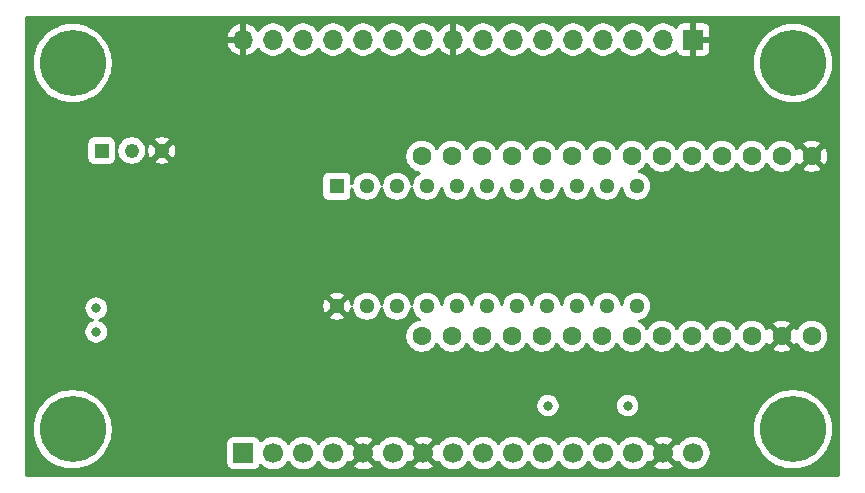
<source format=gbr>
%TF.GenerationSoftware,KiCad,Pcbnew,9.0.4-9.0.4-0~ubuntu24.04.1*%
%TF.CreationDate,2025-09-07T14:44:50-04:00*%
%TF.ProjectId,TCD1304Rev2,54434431-3330-4345-9265-76322e6b6963,rev?*%
%TF.SameCoordinates,PX7270e00PY7270e00*%
%TF.FileFunction,Copper,L2,Inr*%
%TF.FilePolarity,Positive*%
%FSLAX46Y46*%
G04 Gerber Fmt 4.6, Leading zero omitted, Abs format (unit mm)*
G04 Created by KiCad (PCBNEW 9.0.4-9.0.4-0~ubuntu24.04.1) date 2025-09-07 14:44:50*
%MOMM*%
%LPD*%
G01*
G04 APERTURE LIST*
%TA.AperFunction,ComponentPad*%
%ADD10C,1.700000*%
%TD*%
%TA.AperFunction,ComponentPad*%
%ADD11R,1.700000X1.700000*%
%TD*%
%TA.AperFunction,ComponentPad*%
%ADD12O,1.700000X1.700000*%
%TD*%
%TA.AperFunction,ComponentPad*%
%ADD13C,1.290000*%
%TD*%
%TA.AperFunction,ComponentPad*%
%ADD14R,1.290000X1.290000*%
%TD*%
%TA.AperFunction,ComponentPad*%
%ADD15R,1.218000X1.218000*%
%TD*%
%TA.AperFunction,ComponentPad*%
%ADD16C,1.218000*%
%TD*%
%TA.AperFunction,ComponentPad*%
%ADD17C,1.600000*%
%TD*%
%TA.AperFunction,ComponentPad*%
%ADD18C,5.600000*%
%TD*%
%TA.AperFunction,ViaPad*%
%ADD19C,0.800000*%
%TD*%
%TA.AperFunction,ViaPad*%
%ADD20C,1.000000*%
%TD*%
G04 APERTURE END LIST*
D10*
%TO.N,Net-(J3-Pin_16)*%
%TO.C,J3*%
X57070000Y2500000D03*
%TO.N,Earth*%
X54530000Y2500000D03*
%TO.N,unconnected-(J3-Pin_14-Pad14)*%
X51990000Y2500000D03*
%TO.N,unconnected-(J3-Pin_13-Pad13)*%
X49450000Y2500000D03*
%TO.N,unconnected-(J3-Pin_12-Pad12)*%
X46910000Y2500000D03*
%TO.N,Net-(J3-Pin_11)*%
X44370000Y2500000D03*
%TO.N,Net-(J3-Pin_10)*%
X41830000Y2500000D03*
%TO.N,Net-(J3-Pin_9)*%
X39290000Y2500000D03*
%TO.N,Net-(J3-Pin_8)*%
X36750000Y2500000D03*
%TO.N,Earth*%
X34210000Y2500000D03*
%TO.N,Net-(J3-Pin_6)*%
X31670000Y2500000D03*
%TO.N,Earth*%
X29130000Y2500000D03*
%TO.N,Net-(J3-Pin_4)*%
X26590000Y2500000D03*
%TO.N,Net-(J3-Pin_3)*%
X24050000Y2500000D03*
%TO.N,Net-(J3-Pin_2)*%
X21510000Y2500000D03*
D11*
%TO.N,Net-(J3-Pin_1)*%
X18970000Y2500000D03*
%TD*%
D12*
%TO.N,Earth*%
%TO.C,J2*%
X18950000Y37500000D03*
%TO.N,Net-(J2-Pin_15)*%
X21490000Y37500000D03*
%TO.N,Net-(J2-Pin_14)*%
X24030000Y37500000D03*
%TO.N,Net-(J2-Pin_13)*%
X26570000Y37500000D03*
%TO.N,Net-(J2-Pin_12)*%
X29110000Y37500000D03*
%TO.N,Net-(J2-Pin_11)*%
X31650000Y37500000D03*
%TO.N,Net-(J2-Pin_10)*%
X34190000Y37500000D03*
%TO.N,Earth*%
X36730000Y37500000D03*
%TO.N,Net-(J2-Pin_8)*%
X39270000Y37500000D03*
%TO.N,Net-(J2-Pin_7)*%
X41810000Y37500000D03*
%TO.N,Net-(J2-Pin_6)*%
X44350000Y37500000D03*
%TO.N,Net-(J2-Pin_5)*%
X46890000Y37500000D03*
%TO.N,Net-(J2-Pin_4)*%
X49430000Y37500000D03*
%TO.N,Net-(J2-Pin_3)*%
X51970000Y37500000D03*
%TO.N,Net-(J2-Pin_2)*%
X54510000Y37500000D03*
D11*
%TO.N,Earth*%
X57050000Y37500000D03*
%TD*%
D13*
%TO.N,Earth*%
%TO.C,U1*%
X26870000Y14920000D03*
%TO.N,Net-(U1-OS)*%
X29410000Y14920000D03*
%TO.N,N/C*%
X31950000Y14920000D03*
X34490000Y14920000D03*
X37030000Y14920000D03*
X39570000Y14920000D03*
X42110000Y14920000D03*
X44650000Y14920000D03*
X47190000Y14920000D03*
X49730000Y14920000D03*
X52270000Y14920000D03*
X52270000Y25080000D03*
X49730000Y25080000D03*
X47190000Y25080000D03*
X44650000Y25080000D03*
X42110000Y25080000D03*
X39570000Y25080000D03*
%TO.N,Net-(J2-Pin_8)*%
X37030000Y25080000D03*
%TO.N,Net-(J2-Pin_6)*%
X34490000Y25080000D03*
%TO.N,Net-(J2-Pin_7)*%
X31950000Y25080000D03*
%TO.N,+3.3V*%
X29410000Y25080000D03*
D14*
X26870000Y25080000D03*
%TD*%
D15*
%TO.N,+3.3V*%
%TO.C,RV1*%
X6960000Y28100000D03*
D16*
%TO.N,Net-(U2-+IN2)*%
X9500000Y28100000D03*
%TO.N,Earth*%
X12040000Y28100000D03*
%TD*%
D17*
%TO.N,Earth*%
%TO.C,U3*%
X67080000Y27620000D03*
%TO.N,Net-(J2-Pin_2)*%
X64540000Y27620000D03*
%TO.N,Net-(J2-Pin_3)*%
X62000000Y27620000D03*
%TO.N,Net-(J2-Pin_4)*%
X59460000Y27620000D03*
%TO.N,Net-(J2-Pin_5)*%
X56920000Y27620000D03*
%TO.N,Net-(J2-Pin_6)*%
X54380000Y27620000D03*
X51840000Y27620000D03*
%TO.N,Net-(J2-Pin_7)*%
X49300000Y27620000D03*
%TO.N,Net-(J2-Pin_8)*%
X46760000Y27620000D03*
%TO.N,Net-(J2-Pin_10)*%
X44220000Y27620000D03*
%TO.N,Net-(J2-Pin_11)*%
X41680000Y27620000D03*
%TO.N,Net-(J2-Pin_12)*%
X39140000Y27620000D03*
%TO.N,Net-(J2-Pin_13)*%
X36600000Y27620000D03*
%TO.N,Net-(J2-Pin_14)*%
X34060000Y27620000D03*
%TO.N,Net-(J2-Pin_15)*%
X34060000Y12380000D03*
%TO.N,Net-(U3-14_A0_TX3_SPDIF_OUT)*%
X36600000Y12380000D03*
%TO.N,Net-(J3-Pin_1)*%
X39140000Y12380000D03*
%TO.N,Net-(J3-Pin_2)*%
X41680000Y12380000D03*
%TO.N,Net-(J3-Pin_3)*%
X44220000Y12380000D03*
%TO.N,Net-(J3-Pin_4)*%
X46760000Y12380000D03*
%TO.N,Net-(J3-Pin_6)*%
X49300000Y12380000D03*
%TO.N,Net-(J3-Pin_8)*%
X51840000Y12380000D03*
%TO.N,Net-(J3-Pin_9)*%
X54380000Y12380000D03*
%TO.N,Net-(J3-Pin_10)*%
X56920000Y12380000D03*
%TO.N,Net-(J3-Pin_11)*%
X59460000Y12380000D03*
%TO.N,+3.3V*%
X62000000Y12380000D03*
%TO.N,Earth*%
X64540000Y12380000D03*
%TO.N,Net-(J3-Pin_16)*%
X67080000Y12380000D03*
%TD*%
D18*
%TO.N,N/C*%
%TO.C,REF\u002A\u002A*%
X65500000Y4500000D03*
%TD*%
%TO.N,N/C*%
%TO.C,REF\u002A\u002A*%
X65500000Y35500000D03*
%TD*%
%TO.N,N/C*%
%TO.C,REF\u002A\u002A*%
X4500000Y35500000D03*
%TD*%
%TO.N,N/C*%
%TO.C,REF\u002A\u002A*%
X4500000Y4500000D03*
%TD*%
D19*
%TO.N,+3.3V*%
X6500000Y12750000D03*
X6500000Y14750000D03*
X44750000Y6500000D03*
X51500000Y6500000D03*
%TO.N,Earth*%
X23250000Y27500000D03*
D20*
X2500000Y22100000D03*
X11875000Y12750000D03*
X14800000Y22100000D03*
X11875000Y14750000D03*
D19*
X40157500Y9250000D03*
%TD*%
%TA.AperFunction,Conductor*%
%TO.N,Earth*%
G36*
X69442121Y39479998D02*
G01*
X69488614Y39426342D01*
X69500000Y39374000D01*
X69500000Y626000D01*
X69479998Y557879D01*
X69426342Y511386D01*
X69374000Y500000D01*
X626000Y500000D01*
X557879Y520002D01*
X511386Y573658D01*
X500000Y626000D01*
X500000Y4662543D01*
X1191500Y4662543D01*
X1191500Y4337458D01*
X1223361Y4013973D01*
X1223364Y4013951D01*
X1286777Y3695145D01*
X1286780Y3695134D01*
X1286781Y3695131D01*
X1381145Y3384056D01*
X1472594Y3163279D01*
X1505545Y3083728D01*
X1658784Y2797038D01*
X1839378Y2526759D01*
X1839389Y2526744D01*
X2045601Y2275475D01*
X2045619Y2275455D01*
X2275454Y2045620D01*
X2275474Y2045602D01*
X2515262Y1848812D01*
X2526752Y1839383D01*
X2797040Y1658783D01*
X3083728Y1505545D01*
X3384056Y1381145D01*
X3695131Y1286781D01*
X3695140Y1286780D01*
X3695144Y1286778D01*
X3824365Y1261075D01*
X4013957Y1223363D01*
X4337464Y1191500D01*
X4337473Y1191500D01*
X4662527Y1191500D01*
X4662536Y1191500D01*
X4986043Y1223363D01*
X5237696Y1273420D01*
X5304855Y1286778D01*
X5304857Y1286779D01*
X5304869Y1286781D01*
X5615944Y1381145D01*
X5916272Y1505545D01*
X6202960Y1658783D01*
X6473248Y1839383D01*
X6724532Y2045607D01*
X6954393Y2275468D01*
X7160617Y2526752D01*
X7341217Y2797040D01*
X7494455Y3083728D01*
X7618855Y3384056D01*
X7618860Y3384071D01*
X7618861Y3384073D01*
X7623283Y3398650D01*
X17611500Y3398650D01*
X17611500Y1601351D01*
X17618009Y1540804D01*
X17618011Y1540796D01*
X17669110Y1403798D01*
X17669112Y1403793D01*
X17756738Y1286739D01*
X17873792Y1199113D01*
X17873794Y1199112D01*
X17873796Y1199111D01*
X17894202Y1191500D01*
X18010795Y1148012D01*
X18010803Y1148010D01*
X18071350Y1141501D01*
X18071355Y1141501D01*
X18071362Y1141500D01*
X18071368Y1141500D01*
X19868632Y1141500D01*
X19868638Y1141500D01*
X19868645Y1141501D01*
X19868649Y1141501D01*
X19929196Y1148010D01*
X19929199Y1148011D01*
X19929201Y1148011D01*
X20066204Y1199111D01*
X20098600Y1223362D01*
X20183261Y1286739D01*
X20270887Y1403793D01*
X20270887Y1403794D01*
X20270889Y1403796D01*
X20314869Y1521712D01*
X20357414Y1578544D01*
X20423934Y1603355D01*
X20493308Y1588264D01*
X20522018Y1566771D01*
X20624990Y1463799D01*
X20624993Y1463797D01*
X20624996Y1463794D01*
X20797991Y1338106D01*
X20988517Y1241028D01*
X21191878Y1174953D01*
X21191879Y1174953D01*
X21191884Y1174951D01*
X21403084Y1141500D01*
X21403087Y1141500D01*
X21616913Y1141500D01*
X21616916Y1141500D01*
X21828116Y1174951D01*
X22031483Y1241028D01*
X22222009Y1338106D01*
X22395004Y1463794D01*
X22546206Y1614996D01*
X22671894Y1787991D01*
X22671899Y1788003D01*
X22672561Y1789080D01*
X22672924Y1789409D01*
X22674804Y1791996D01*
X22675347Y1791602D01*
X22725204Y1836717D01*
X22795244Y1848330D01*
X22860445Y1820234D01*
X22885021Y1791870D01*
X22885196Y1791996D01*
X22886668Y1789970D01*
X22887439Y1789080D01*
X22888104Y1787994D01*
X22888106Y1787991D01*
X23013794Y1614996D01*
X23013796Y1614994D01*
X23013798Y1614991D01*
X23164990Y1463799D01*
X23164993Y1463797D01*
X23164996Y1463794D01*
X23337991Y1338106D01*
X23528517Y1241028D01*
X23731878Y1174953D01*
X23731879Y1174953D01*
X23731884Y1174951D01*
X23943084Y1141500D01*
X23943087Y1141500D01*
X24156913Y1141500D01*
X24156916Y1141500D01*
X24368116Y1174951D01*
X24571483Y1241028D01*
X24762009Y1338106D01*
X24935004Y1463794D01*
X25086206Y1614996D01*
X25211894Y1787991D01*
X25211899Y1788003D01*
X25212561Y1789080D01*
X25212924Y1789409D01*
X25214804Y1791996D01*
X25215347Y1791602D01*
X25265204Y1836717D01*
X25335244Y1848330D01*
X25400445Y1820234D01*
X25425021Y1791870D01*
X25425196Y1791996D01*
X25426668Y1789970D01*
X25427439Y1789080D01*
X25428104Y1787994D01*
X25428106Y1787991D01*
X25553794Y1614996D01*
X25553796Y1614994D01*
X25553798Y1614991D01*
X25704990Y1463799D01*
X25704993Y1463797D01*
X25704996Y1463794D01*
X25877991Y1338106D01*
X26068517Y1241028D01*
X26271878Y1174953D01*
X26271879Y1174953D01*
X26271884Y1174951D01*
X26483084Y1141500D01*
X26483087Y1141500D01*
X26696913Y1141500D01*
X26696916Y1141500D01*
X26908116Y1174951D01*
X27111483Y1241028D01*
X27302009Y1338106D01*
X27475004Y1463794D01*
X27475009Y1463799D01*
X27524950Y1513739D01*
X27626201Y1614991D01*
X27626206Y1614996D01*
X27751894Y1787991D01*
X27751902Y1788008D01*
X27752854Y1789559D01*
X27753377Y1790033D01*
X27754804Y1791996D01*
X27755216Y1791697D01*
X27805497Y1837196D01*
X27875537Y1848811D01*
X27940738Y1820715D01*
X27965485Y1792158D01*
X27965624Y1792258D01*
X27966794Y1790647D01*
X27967726Y1789572D01*
X27968536Y1788250D01*
X28006620Y1735833D01*
X28006621Y1735832D01*
X28645841Y2375053D01*
X28664075Y2307007D01*
X28729901Y2192993D01*
X28822993Y2099901D01*
X28937007Y2034075D01*
X29005051Y2015843D01*
X28365831Y1376622D01*
X28418249Y1338537D01*
X28418251Y1338536D01*
X28608707Y1241494D01*
X28608713Y1241491D01*
X28811996Y1175441D01*
X29023126Y1142000D01*
X29236874Y1142000D01*
X29448003Y1175441D01*
X29651286Y1241491D01*
X29651292Y1241494D01*
X29841750Y1338537D01*
X29894167Y1376622D01*
X29894167Y1376624D01*
X29254948Y2015843D01*
X29322993Y2034075D01*
X29437007Y2099901D01*
X29530099Y2192993D01*
X29595925Y2307007D01*
X29614157Y2375052D01*
X30253376Y1735833D01*
X30253378Y1735833D01*
X30291459Y1788244D01*
X30292259Y1789549D01*
X30292694Y1789943D01*
X30294377Y1792259D01*
X30294863Y1791906D01*
X30344897Y1837191D01*
X30414936Y1848812D01*
X30480140Y1820722D01*
X30505097Y1791925D01*
X30505196Y1791996D01*
X30506025Y1790855D01*
X30507136Y1789573D01*
X30508103Y1787994D01*
X30583518Y1684194D01*
X30633794Y1614996D01*
X30633796Y1614994D01*
X30633798Y1614991D01*
X30784990Y1463799D01*
X30784993Y1463797D01*
X30784996Y1463794D01*
X30957991Y1338106D01*
X31148517Y1241028D01*
X31351878Y1174953D01*
X31351879Y1174953D01*
X31351884Y1174951D01*
X31563084Y1141500D01*
X31563087Y1141500D01*
X31776913Y1141500D01*
X31776916Y1141500D01*
X31988116Y1174951D01*
X32191483Y1241028D01*
X32382009Y1338106D01*
X32555004Y1463794D01*
X32555009Y1463799D01*
X32604950Y1513739D01*
X32706201Y1614991D01*
X32706206Y1614996D01*
X32831894Y1787991D01*
X32831902Y1788008D01*
X32832854Y1789559D01*
X32833377Y1790033D01*
X32834804Y1791996D01*
X32835216Y1791697D01*
X32885497Y1837196D01*
X32955537Y1848811D01*
X33020738Y1820715D01*
X33045485Y1792158D01*
X33045624Y1792258D01*
X33046794Y1790647D01*
X33047726Y1789572D01*
X33048536Y1788250D01*
X33086620Y1735833D01*
X33086621Y1735832D01*
X33725841Y2375053D01*
X33744075Y2307007D01*
X33809901Y2192993D01*
X33902993Y2099901D01*
X34017007Y2034075D01*
X34085051Y2015843D01*
X33445831Y1376622D01*
X33498249Y1338537D01*
X33498251Y1338536D01*
X33688707Y1241494D01*
X33688713Y1241491D01*
X33891996Y1175441D01*
X34103126Y1142000D01*
X34316874Y1142000D01*
X34528003Y1175441D01*
X34731286Y1241491D01*
X34731292Y1241494D01*
X34921750Y1338537D01*
X34974167Y1376622D01*
X34974167Y1376624D01*
X34334948Y2015843D01*
X34402993Y2034075D01*
X34517007Y2099901D01*
X34610099Y2192993D01*
X34675925Y2307007D01*
X34694157Y2375052D01*
X35333376Y1735833D01*
X35333378Y1735833D01*
X35371459Y1788244D01*
X35372259Y1789549D01*
X35372694Y1789943D01*
X35374377Y1792259D01*
X35374863Y1791906D01*
X35424897Y1837191D01*
X35494936Y1848812D01*
X35560140Y1820722D01*
X35585097Y1791925D01*
X35585196Y1791996D01*
X35586025Y1790855D01*
X35587136Y1789573D01*
X35588103Y1787994D01*
X35663518Y1684194D01*
X35713794Y1614996D01*
X35713796Y1614994D01*
X35713798Y1614991D01*
X35864990Y1463799D01*
X35864993Y1463797D01*
X35864996Y1463794D01*
X36037991Y1338106D01*
X36228517Y1241028D01*
X36431878Y1174953D01*
X36431879Y1174953D01*
X36431884Y1174951D01*
X36643084Y1141500D01*
X36643087Y1141500D01*
X36856913Y1141500D01*
X36856916Y1141500D01*
X37068116Y1174951D01*
X37271483Y1241028D01*
X37462009Y1338106D01*
X37635004Y1463794D01*
X37786206Y1614996D01*
X37911894Y1787991D01*
X37911899Y1788003D01*
X37912561Y1789080D01*
X37912924Y1789409D01*
X37914804Y1791996D01*
X37915347Y1791602D01*
X37965204Y1836717D01*
X38035244Y1848330D01*
X38100445Y1820234D01*
X38125021Y1791870D01*
X38125196Y1791996D01*
X38126668Y1789970D01*
X38127439Y1789080D01*
X38128104Y1787994D01*
X38128106Y1787991D01*
X38253794Y1614996D01*
X38253796Y1614994D01*
X38253798Y1614991D01*
X38404990Y1463799D01*
X38404993Y1463797D01*
X38404996Y1463794D01*
X38577991Y1338106D01*
X38768517Y1241028D01*
X38971878Y1174953D01*
X38971879Y1174953D01*
X38971884Y1174951D01*
X39183084Y1141500D01*
X39183087Y1141500D01*
X39396913Y1141500D01*
X39396916Y1141500D01*
X39608116Y1174951D01*
X39811483Y1241028D01*
X40002009Y1338106D01*
X40175004Y1463794D01*
X40326206Y1614996D01*
X40451894Y1787991D01*
X40451899Y1788003D01*
X40452561Y1789080D01*
X40452924Y1789409D01*
X40454804Y1791996D01*
X40455347Y1791602D01*
X40505204Y1836717D01*
X40575244Y1848330D01*
X40640445Y1820234D01*
X40665021Y1791870D01*
X40665196Y1791996D01*
X40666668Y1789970D01*
X40667439Y1789080D01*
X40668104Y1787994D01*
X40668106Y1787991D01*
X40793794Y1614996D01*
X40793796Y1614994D01*
X40793798Y1614991D01*
X40944990Y1463799D01*
X40944993Y1463797D01*
X40944996Y1463794D01*
X41117991Y1338106D01*
X41308517Y1241028D01*
X41511878Y1174953D01*
X41511879Y1174953D01*
X41511884Y1174951D01*
X41723084Y1141500D01*
X41723087Y1141500D01*
X41936913Y1141500D01*
X41936916Y1141500D01*
X42148116Y1174951D01*
X42351483Y1241028D01*
X42542009Y1338106D01*
X42715004Y1463794D01*
X42866206Y1614996D01*
X42991894Y1787991D01*
X42991899Y1788003D01*
X42992561Y1789080D01*
X42992924Y1789409D01*
X42994804Y1791996D01*
X42995347Y1791602D01*
X43045204Y1836717D01*
X43115244Y1848330D01*
X43180445Y1820234D01*
X43205021Y1791870D01*
X43205196Y1791996D01*
X43206668Y1789970D01*
X43207439Y1789080D01*
X43208104Y1787994D01*
X43208106Y1787991D01*
X43333794Y1614996D01*
X43333796Y1614994D01*
X43333798Y1614991D01*
X43484990Y1463799D01*
X43484993Y1463797D01*
X43484996Y1463794D01*
X43657991Y1338106D01*
X43848517Y1241028D01*
X44051878Y1174953D01*
X44051879Y1174953D01*
X44051884Y1174951D01*
X44263084Y1141500D01*
X44263087Y1141500D01*
X44476913Y1141500D01*
X44476916Y1141500D01*
X44688116Y1174951D01*
X44891483Y1241028D01*
X45082009Y1338106D01*
X45255004Y1463794D01*
X45406206Y1614996D01*
X45531894Y1787991D01*
X45531899Y1788003D01*
X45532561Y1789080D01*
X45532924Y1789409D01*
X45534804Y1791996D01*
X45535347Y1791602D01*
X45585204Y1836717D01*
X45655244Y1848330D01*
X45720445Y1820234D01*
X45745021Y1791870D01*
X45745196Y1791996D01*
X45746668Y1789970D01*
X45747439Y1789080D01*
X45748104Y1787994D01*
X45748106Y1787991D01*
X45873794Y1614996D01*
X45873796Y1614994D01*
X45873798Y1614991D01*
X46024990Y1463799D01*
X46024993Y1463797D01*
X46024996Y1463794D01*
X46197991Y1338106D01*
X46388517Y1241028D01*
X46591878Y1174953D01*
X46591879Y1174953D01*
X46591884Y1174951D01*
X46803084Y1141500D01*
X46803087Y1141500D01*
X47016913Y1141500D01*
X47016916Y1141500D01*
X47228116Y1174951D01*
X47431483Y1241028D01*
X47622009Y1338106D01*
X47795004Y1463794D01*
X47946206Y1614996D01*
X48071894Y1787991D01*
X48071899Y1788003D01*
X48072561Y1789080D01*
X48072924Y1789409D01*
X48074804Y1791996D01*
X48075347Y1791602D01*
X48125204Y1836717D01*
X48195244Y1848330D01*
X48260445Y1820234D01*
X48285021Y1791870D01*
X48285196Y1791996D01*
X48286668Y1789970D01*
X48287439Y1789080D01*
X48288104Y1787994D01*
X48288106Y1787991D01*
X48413794Y1614996D01*
X48413796Y1614994D01*
X48413798Y1614991D01*
X48564990Y1463799D01*
X48564993Y1463797D01*
X48564996Y1463794D01*
X48737991Y1338106D01*
X48928517Y1241028D01*
X49131878Y1174953D01*
X49131879Y1174953D01*
X49131884Y1174951D01*
X49343084Y1141500D01*
X49343087Y1141500D01*
X49556913Y1141500D01*
X49556916Y1141500D01*
X49768116Y1174951D01*
X49971483Y1241028D01*
X50162009Y1338106D01*
X50335004Y1463794D01*
X50486206Y1614996D01*
X50611894Y1787991D01*
X50611899Y1788003D01*
X50612561Y1789080D01*
X50612924Y1789409D01*
X50614804Y1791996D01*
X50615347Y1791602D01*
X50665204Y1836717D01*
X50735244Y1848330D01*
X50800445Y1820234D01*
X50825021Y1791870D01*
X50825196Y1791996D01*
X50826668Y1789970D01*
X50827439Y1789080D01*
X50828104Y1787994D01*
X50828106Y1787991D01*
X50953794Y1614996D01*
X50953796Y1614994D01*
X50953798Y1614991D01*
X51104990Y1463799D01*
X51104993Y1463797D01*
X51104996Y1463794D01*
X51277991Y1338106D01*
X51468517Y1241028D01*
X51671878Y1174953D01*
X51671879Y1174953D01*
X51671884Y1174951D01*
X51883084Y1141500D01*
X51883087Y1141500D01*
X52096913Y1141500D01*
X52096916Y1141500D01*
X52308116Y1174951D01*
X52511483Y1241028D01*
X52702009Y1338106D01*
X52875004Y1463794D01*
X52875009Y1463799D01*
X52924950Y1513739D01*
X53026201Y1614991D01*
X53026206Y1614996D01*
X53151894Y1787991D01*
X53151902Y1788008D01*
X53152854Y1789559D01*
X53153377Y1790033D01*
X53154804Y1791996D01*
X53155216Y1791697D01*
X53205497Y1837196D01*
X53275537Y1848811D01*
X53340738Y1820715D01*
X53365485Y1792158D01*
X53365624Y1792258D01*
X53366794Y1790647D01*
X53367726Y1789572D01*
X53368536Y1788250D01*
X53406620Y1735833D01*
X53406621Y1735832D01*
X54045841Y2375053D01*
X54064075Y2307007D01*
X54129901Y2192993D01*
X54222993Y2099901D01*
X54337007Y2034075D01*
X54405051Y2015843D01*
X53765831Y1376622D01*
X53818249Y1338537D01*
X53818251Y1338536D01*
X54008707Y1241494D01*
X54008713Y1241491D01*
X54211996Y1175441D01*
X54423126Y1142000D01*
X54636874Y1142000D01*
X54848003Y1175441D01*
X55051286Y1241491D01*
X55051292Y1241494D01*
X55241750Y1338537D01*
X55294167Y1376622D01*
X55294167Y1376624D01*
X54654948Y2015843D01*
X54722993Y2034075D01*
X54837007Y2099901D01*
X54930099Y2192993D01*
X54995925Y2307007D01*
X55014157Y2375052D01*
X55653376Y1735833D01*
X55653378Y1735833D01*
X55691459Y1788244D01*
X55692259Y1789549D01*
X55692694Y1789943D01*
X55694377Y1792259D01*
X55694863Y1791906D01*
X55744897Y1837191D01*
X55814936Y1848812D01*
X55880140Y1820722D01*
X55905097Y1791925D01*
X55905196Y1791996D01*
X55906025Y1790855D01*
X55907136Y1789573D01*
X55908103Y1787994D01*
X55983518Y1684194D01*
X56033794Y1614996D01*
X56033796Y1614994D01*
X56033798Y1614991D01*
X56184990Y1463799D01*
X56184993Y1463797D01*
X56184996Y1463794D01*
X56357991Y1338106D01*
X56548517Y1241028D01*
X56751878Y1174953D01*
X56751879Y1174953D01*
X56751884Y1174951D01*
X56963084Y1141500D01*
X56963087Y1141500D01*
X57176913Y1141500D01*
X57176916Y1141500D01*
X57388116Y1174951D01*
X57591483Y1241028D01*
X57782009Y1338106D01*
X57955004Y1463794D01*
X58106206Y1614996D01*
X58231894Y1787991D01*
X58328972Y1978517D01*
X58395049Y2181884D01*
X58428500Y2393084D01*
X58428500Y2606916D01*
X58395049Y2818116D01*
X58328972Y3021483D01*
X58231894Y3212009D01*
X58106206Y3385004D01*
X58106203Y3385007D01*
X58106201Y3385010D01*
X57955009Y3536202D01*
X57955006Y3536204D01*
X57955004Y3536206D01*
X57782601Y3661464D01*
X57782012Y3661892D01*
X57782011Y3661893D01*
X57782009Y3661894D01*
X57591483Y3758972D01*
X57591480Y3758973D01*
X57591478Y3758974D01*
X57388120Y3825048D01*
X57388123Y3825048D01*
X57348801Y3831276D01*
X57176916Y3858500D01*
X56963084Y3858500D01*
X56751884Y3825049D01*
X56751878Y3825048D01*
X56548521Y3758974D01*
X56548515Y3758971D01*
X56357987Y3661892D01*
X56184993Y3536204D01*
X56184990Y3536202D01*
X56033798Y3385010D01*
X56033796Y3385007D01*
X55908100Y3212002D01*
X55907131Y3210420D01*
X55906606Y3209946D01*
X55905196Y3208004D01*
X55904787Y3208301D01*
X55854479Y3162794D01*
X55784437Y3151193D01*
X55719242Y3179303D01*
X55694514Y3207843D01*
X55694376Y3207742D01*
X55693199Y3209361D01*
X55692270Y3210434D01*
X55691461Y3211753D01*
X55653378Y3264169D01*
X55014157Y2624949D01*
X54995925Y2692993D01*
X54930099Y2807007D01*
X54837007Y2900099D01*
X54722993Y2965925D01*
X54654947Y2984159D01*
X55294168Y3623379D01*
X55294167Y3623380D01*
X55241750Y3661464D01*
X55241748Y3661465D01*
X55051292Y3758507D01*
X55051286Y3758510D01*
X54848003Y3824560D01*
X54636874Y3858000D01*
X54423126Y3858000D01*
X54211996Y3824560D01*
X54008713Y3758510D01*
X54008707Y3758507D01*
X53818253Y3661466D01*
X53765831Y3623379D01*
X53765831Y3623378D01*
X54405051Y2984158D01*
X54337007Y2965925D01*
X54222993Y2900099D01*
X54129901Y2807007D01*
X54064075Y2692993D01*
X54045842Y2624949D01*
X53406622Y3264169D01*
X53406621Y3264169D01*
X53368528Y3211739D01*
X53367724Y3210426D01*
X53367288Y3210033D01*
X53365624Y3207741D01*
X53365142Y3208091D01*
X53315075Y3162797D01*
X53245033Y3151193D01*
X53179836Y3179298D01*
X53154901Y3208076D01*
X53154804Y3208004D01*
X53153975Y3209145D01*
X53152859Y3210433D01*
X53151899Y3211999D01*
X53151894Y3212009D01*
X53026206Y3385004D01*
X53026203Y3385007D01*
X53026201Y3385010D01*
X52875009Y3536202D01*
X52875006Y3536204D01*
X52875004Y3536206D01*
X52702601Y3661464D01*
X52702012Y3661892D01*
X52702011Y3661893D01*
X52702009Y3661894D01*
X52511483Y3758972D01*
X52511480Y3758973D01*
X52511478Y3758974D01*
X52308120Y3825048D01*
X52308123Y3825048D01*
X52268801Y3831276D01*
X52096916Y3858500D01*
X51883084Y3858500D01*
X51671884Y3825049D01*
X51671878Y3825048D01*
X51468521Y3758974D01*
X51468515Y3758971D01*
X51277987Y3661892D01*
X51104993Y3536204D01*
X51104990Y3536202D01*
X50953798Y3385010D01*
X50953796Y3385007D01*
X50828108Y3212013D01*
X50827434Y3210912D01*
X50827068Y3210582D01*
X50825196Y3208004D01*
X50824654Y3208398D01*
X50774787Y3163279D01*
X50704745Y3151672D01*
X50639547Y3179774D01*
X50614976Y3208130D01*
X50614804Y3208004D01*
X50613341Y3210018D01*
X50612566Y3210912D01*
X50611896Y3212004D01*
X50611894Y3212009D01*
X50486206Y3385004D01*
X50486203Y3385007D01*
X50486201Y3385010D01*
X50335009Y3536202D01*
X50335006Y3536204D01*
X50335004Y3536206D01*
X50162601Y3661464D01*
X50162012Y3661892D01*
X50162011Y3661893D01*
X50162009Y3661894D01*
X49971483Y3758972D01*
X49971480Y3758973D01*
X49971478Y3758974D01*
X49768120Y3825048D01*
X49768123Y3825048D01*
X49728801Y3831276D01*
X49556916Y3858500D01*
X49343084Y3858500D01*
X49131884Y3825049D01*
X49131878Y3825048D01*
X48928521Y3758974D01*
X48928515Y3758971D01*
X48737987Y3661892D01*
X48564993Y3536204D01*
X48564990Y3536202D01*
X48413798Y3385010D01*
X48413796Y3385007D01*
X48288108Y3212013D01*
X48287434Y3210912D01*
X48287068Y3210582D01*
X48285196Y3208004D01*
X48284654Y3208398D01*
X48234787Y3163279D01*
X48164745Y3151672D01*
X48099547Y3179774D01*
X48074976Y3208130D01*
X48074804Y3208004D01*
X48073341Y3210018D01*
X48072566Y3210912D01*
X48071896Y3212004D01*
X48071894Y3212009D01*
X47946206Y3385004D01*
X47946203Y3385007D01*
X47946201Y3385010D01*
X47795009Y3536202D01*
X47795006Y3536204D01*
X47795004Y3536206D01*
X47622601Y3661464D01*
X47622012Y3661892D01*
X47622011Y3661893D01*
X47622009Y3661894D01*
X47431483Y3758972D01*
X47431480Y3758973D01*
X47431478Y3758974D01*
X47228120Y3825048D01*
X47228123Y3825048D01*
X47188801Y3831276D01*
X47016916Y3858500D01*
X46803084Y3858500D01*
X46591884Y3825049D01*
X46591878Y3825048D01*
X46388521Y3758974D01*
X46388515Y3758971D01*
X46197987Y3661892D01*
X46024993Y3536204D01*
X46024990Y3536202D01*
X45873798Y3385010D01*
X45873796Y3385007D01*
X45748108Y3212013D01*
X45747434Y3210912D01*
X45747068Y3210582D01*
X45745196Y3208004D01*
X45744654Y3208398D01*
X45694787Y3163279D01*
X45624745Y3151672D01*
X45559547Y3179774D01*
X45534976Y3208130D01*
X45534804Y3208004D01*
X45533341Y3210018D01*
X45532566Y3210912D01*
X45531896Y3212004D01*
X45531894Y3212009D01*
X45406206Y3385004D01*
X45406203Y3385007D01*
X45406201Y3385010D01*
X45255009Y3536202D01*
X45255006Y3536204D01*
X45255004Y3536206D01*
X45082601Y3661464D01*
X45082012Y3661892D01*
X45082011Y3661893D01*
X45082009Y3661894D01*
X44891483Y3758972D01*
X44891480Y3758973D01*
X44891478Y3758974D01*
X44688120Y3825048D01*
X44688123Y3825048D01*
X44648801Y3831276D01*
X44476916Y3858500D01*
X44263084Y3858500D01*
X44051884Y3825049D01*
X44051878Y3825048D01*
X43848521Y3758974D01*
X43848515Y3758971D01*
X43657987Y3661892D01*
X43484993Y3536204D01*
X43484990Y3536202D01*
X43333798Y3385010D01*
X43333796Y3385007D01*
X43208108Y3212013D01*
X43207434Y3210912D01*
X43207068Y3210582D01*
X43205196Y3208004D01*
X43204654Y3208398D01*
X43154787Y3163279D01*
X43084745Y3151672D01*
X43019547Y3179774D01*
X42994976Y3208130D01*
X42994804Y3208004D01*
X42993341Y3210018D01*
X42992566Y3210912D01*
X42991896Y3212004D01*
X42991894Y3212009D01*
X42866206Y3385004D01*
X42866203Y3385007D01*
X42866201Y3385010D01*
X42715009Y3536202D01*
X42715006Y3536204D01*
X42715004Y3536206D01*
X42542601Y3661464D01*
X42542012Y3661892D01*
X42542011Y3661893D01*
X42542009Y3661894D01*
X42351483Y3758972D01*
X42351480Y3758973D01*
X42351478Y3758974D01*
X42148120Y3825048D01*
X42148123Y3825048D01*
X42108801Y3831276D01*
X41936916Y3858500D01*
X41723084Y3858500D01*
X41511884Y3825049D01*
X41511878Y3825048D01*
X41308521Y3758974D01*
X41308515Y3758971D01*
X41117987Y3661892D01*
X40944993Y3536204D01*
X40944990Y3536202D01*
X40793798Y3385010D01*
X40793796Y3385007D01*
X40668108Y3212013D01*
X40667434Y3210912D01*
X40667068Y3210582D01*
X40665196Y3208004D01*
X40664654Y3208398D01*
X40614787Y3163279D01*
X40544745Y3151672D01*
X40479547Y3179774D01*
X40454976Y3208130D01*
X40454804Y3208004D01*
X40453341Y3210018D01*
X40452566Y3210912D01*
X40451896Y3212004D01*
X40451894Y3212009D01*
X40326206Y3385004D01*
X40326203Y3385007D01*
X40326201Y3385010D01*
X40175009Y3536202D01*
X40175006Y3536204D01*
X40175004Y3536206D01*
X40002601Y3661464D01*
X40002012Y3661892D01*
X40002011Y3661893D01*
X40002009Y3661894D01*
X39811483Y3758972D01*
X39811480Y3758973D01*
X39811478Y3758974D01*
X39608120Y3825048D01*
X39608123Y3825048D01*
X39568801Y3831276D01*
X39396916Y3858500D01*
X39183084Y3858500D01*
X38971884Y3825049D01*
X38971878Y3825048D01*
X38768521Y3758974D01*
X38768515Y3758971D01*
X38577987Y3661892D01*
X38404993Y3536204D01*
X38404990Y3536202D01*
X38253798Y3385010D01*
X38253796Y3385007D01*
X38128108Y3212013D01*
X38127434Y3210912D01*
X38127068Y3210582D01*
X38125196Y3208004D01*
X38124654Y3208398D01*
X38074787Y3163279D01*
X38004745Y3151672D01*
X37939547Y3179774D01*
X37914976Y3208130D01*
X37914804Y3208004D01*
X37913341Y3210018D01*
X37912566Y3210912D01*
X37911896Y3212004D01*
X37911894Y3212009D01*
X37786206Y3385004D01*
X37786203Y3385007D01*
X37786201Y3385010D01*
X37635009Y3536202D01*
X37635006Y3536204D01*
X37635004Y3536206D01*
X37462601Y3661464D01*
X37462012Y3661892D01*
X37462011Y3661893D01*
X37462009Y3661894D01*
X37271483Y3758972D01*
X37271480Y3758973D01*
X37271478Y3758974D01*
X37068120Y3825048D01*
X37068123Y3825048D01*
X37028801Y3831276D01*
X36856916Y3858500D01*
X36643084Y3858500D01*
X36431884Y3825049D01*
X36431878Y3825048D01*
X36228521Y3758974D01*
X36228515Y3758971D01*
X36037987Y3661892D01*
X35864993Y3536204D01*
X35864990Y3536202D01*
X35713798Y3385010D01*
X35713796Y3385007D01*
X35588100Y3212002D01*
X35587131Y3210420D01*
X35586606Y3209946D01*
X35585196Y3208004D01*
X35584787Y3208301D01*
X35534479Y3162794D01*
X35464437Y3151193D01*
X35399242Y3179303D01*
X35374514Y3207843D01*
X35374376Y3207742D01*
X35373199Y3209361D01*
X35372270Y3210434D01*
X35371461Y3211753D01*
X35333378Y3264169D01*
X34694157Y2624949D01*
X34675925Y2692993D01*
X34610099Y2807007D01*
X34517007Y2900099D01*
X34402993Y2965925D01*
X34334947Y2984159D01*
X34974168Y3623379D01*
X34974167Y3623380D01*
X34921750Y3661464D01*
X34921748Y3661465D01*
X34731292Y3758507D01*
X34731286Y3758510D01*
X34528003Y3824560D01*
X34316874Y3858000D01*
X34103126Y3858000D01*
X33891996Y3824560D01*
X33688713Y3758510D01*
X33688707Y3758507D01*
X33498253Y3661466D01*
X33445831Y3623379D01*
X33445831Y3623378D01*
X34085051Y2984158D01*
X34017007Y2965925D01*
X33902993Y2900099D01*
X33809901Y2807007D01*
X33744075Y2692993D01*
X33725842Y2624949D01*
X33086622Y3264169D01*
X33086621Y3264169D01*
X33048528Y3211739D01*
X33047724Y3210426D01*
X33047288Y3210033D01*
X33045624Y3207741D01*
X33045142Y3208091D01*
X32995075Y3162797D01*
X32925033Y3151193D01*
X32859836Y3179298D01*
X32834901Y3208076D01*
X32834804Y3208004D01*
X32833975Y3209145D01*
X32832859Y3210433D01*
X32831899Y3211999D01*
X32831894Y3212009D01*
X32706206Y3385004D01*
X32706203Y3385007D01*
X32706201Y3385010D01*
X32555009Y3536202D01*
X32555006Y3536204D01*
X32555004Y3536206D01*
X32382601Y3661464D01*
X32382012Y3661892D01*
X32382011Y3661893D01*
X32382009Y3661894D01*
X32191483Y3758972D01*
X32191480Y3758973D01*
X32191478Y3758974D01*
X31988120Y3825048D01*
X31988123Y3825048D01*
X31948801Y3831276D01*
X31776916Y3858500D01*
X31563084Y3858500D01*
X31351884Y3825049D01*
X31351878Y3825048D01*
X31148521Y3758974D01*
X31148515Y3758971D01*
X30957987Y3661892D01*
X30784993Y3536204D01*
X30784990Y3536202D01*
X30633798Y3385010D01*
X30633796Y3385007D01*
X30508100Y3212002D01*
X30507131Y3210420D01*
X30506606Y3209946D01*
X30505196Y3208004D01*
X30504787Y3208301D01*
X30454479Y3162794D01*
X30384437Y3151193D01*
X30319242Y3179303D01*
X30294514Y3207843D01*
X30294376Y3207742D01*
X30293199Y3209361D01*
X30292270Y3210434D01*
X30291461Y3211753D01*
X30253378Y3264169D01*
X29614157Y2624949D01*
X29595925Y2692993D01*
X29530099Y2807007D01*
X29437007Y2900099D01*
X29322993Y2965925D01*
X29254947Y2984159D01*
X29894168Y3623379D01*
X29894167Y3623380D01*
X29841750Y3661464D01*
X29841748Y3661465D01*
X29651292Y3758507D01*
X29651286Y3758510D01*
X29448003Y3824560D01*
X29236874Y3858000D01*
X29023126Y3858000D01*
X28811996Y3824560D01*
X28608713Y3758510D01*
X28608707Y3758507D01*
X28418253Y3661466D01*
X28365831Y3623379D01*
X28365831Y3623378D01*
X29005051Y2984158D01*
X28937007Y2965925D01*
X28822993Y2900099D01*
X28729901Y2807007D01*
X28664075Y2692993D01*
X28645842Y2624949D01*
X28006622Y3264169D01*
X28006621Y3264169D01*
X27968528Y3211739D01*
X27967724Y3210426D01*
X27967288Y3210033D01*
X27965624Y3207741D01*
X27965142Y3208091D01*
X27915075Y3162797D01*
X27845033Y3151193D01*
X27779836Y3179298D01*
X27754901Y3208076D01*
X27754804Y3208004D01*
X27753975Y3209145D01*
X27752859Y3210433D01*
X27751899Y3211999D01*
X27751894Y3212009D01*
X27626206Y3385004D01*
X27626203Y3385007D01*
X27626201Y3385010D01*
X27475009Y3536202D01*
X27475006Y3536204D01*
X27475004Y3536206D01*
X27302601Y3661464D01*
X27302012Y3661892D01*
X27302011Y3661893D01*
X27302009Y3661894D01*
X27111483Y3758972D01*
X27111480Y3758973D01*
X27111478Y3758974D01*
X26908120Y3825048D01*
X26908123Y3825048D01*
X26868801Y3831276D01*
X26696916Y3858500D01*
X26483084Y3858500D01*
X26271884Y3825049D01*
X26271878Y3825048D01*
X26068521Y3758974D01*
X26068515Y3758971D01*
X25877987Y3661892D01*
X25704993Y3536204D01*
X25704990Y3536202D01*
X25553798Y3385010D01*
X25553796Y3385007D01*
X25428108Y3212013D01*
X25427434Y3210912D01*
X25427068Y3210582D01*
X25425196Y3208004D01*
X25424654Y3208398D01*
X25374787Y3163279D01*
X25304745Y3151672D01*
X25239547Y3179774D01*
X25214976Y3208130D01*
X25214804Y3208004D01*
X25213341Y3210018D01*
X25212566Y3210912D01*
X25211896Y3212004D01*
X25211894Y3212009D01*
X25086206Y3385004D01*
X25086203Y3385007D01*
X25086201Y3385010D01*
X24935009Y3536202D01*
X24935006Y3536204D01*
X24935004Y3536206D01*
X24762601Y3661464D01*
X24762012Y3661892D01*
X24762011Y3661893D01*
X24762009Y3661894D01*
X24571483Y3758972D01*
X24571480Y3758973D01*
X24571478Y3758974D01*
X24368120Y3825048D01*
X24368123Y3825048D01*
X24328801Y3831276D01*
X24156916Y3858500D01*
X23943084Y3858500D01*
X23731884Y3825049D01*
X23731878Y3825048D01*
X23528521Y3758974D01*
X23528515Y3758971D01*
X23337987Y3661892D01*
X23164993Y3536204D01*
X23164990Y3536202D01*
X23013798Y3385010D01*
X23013796Y3385007D01*
X22888108Y3212013D01*
X22887434Y3210912D01*
X22887068Y3210582D01*
X22885196Y3208004D01*
X22884654Y3208398D01*
X22834787Y3163279D01*
X22764745Y3151672D01*
X22699547Y3179774D01*
X22674976Y3208130D01*
X22674804Y3208004D01*
X22673341Y3210018D01*
X22672566Y3210912D01*
X22671896Y3212004D01*
X22671894Y3212009D01*
X22546206Y3385004D01*
X22546203Y3385007D01*
X22546201Y3385010D01*
X22395009Y3536202D01*
X22395006Y3536204D01*
X22395004Y3536206D01*
X22222601Y3661464D01*
X22222012Y3661892D01*
X22222011Y3661893D01*
X22222009Y3661894D01*
X22031483Y3758972D01*
X22031480Y3758973D01*
X22031478Y3758974D01*
X21828120Y3825048D01*
X21828123Y3825048D01*
X21788801Y3831276D01*
X21616916Y3858500D01*
X21403084Y3858500D01*
X21191884Y3825049D01*
X21191878Y3825048D01*
X20988521Y3758974D01*
X20988515Y3758971D01*
X20797987Y3661892D01*
X20624995Y3536206D01*
X20522018Y3433229D01*
X20459706Y3399204D01*
X20388890Y3404270D01*
X20332054Y3446816D01*
X20314871Y3478285D01*
X20270889Y3596204D01*
X20270886Y3596208D01*
X20270886Y3596209D01*
X20183261Y3713262D01*
X20066207Y3800888D01*
X20066202Y3800890D01*
X19929204Y3851989D01*
X19929196Y3851991D01*
X19868649Y3858500D01*
X19868638Y3858500D01*
X18071362Y3858500D01*
X18071350Y3858500D01*
X18010803Y3851991D01*
X18010795Y3851989D01*
X17873797Y3800890D01*
X17873792Y3800888D01*
X17756738Y3713262D01*
X17669112Y3596208D01*
X17669110Y3596203D01*
X17618011Y3459205D01*
X17618009Y3459197D01*
X17611500Y3398650D01*
X7623283Y3398650D01*
X7635394Y3438576D01*
X7635397Y3438588D01*
X7665008Y3536202D01*
X7713219Y3695131D01*
X7716826Y3713262D01*
X7739061Y3825049D01*
X7776637Y4013957D01*
X7808500Y4337464D01*
X7808500Y4662536D01*
X7808499Y4662543D01*
X62191500Y4662543D01*
X62191500Y4337458D01*
X62223361Y4013973D01*
X62223364Y4013951D01*
X62286777Y3695145D01*
X62286780Y3695134D01*
X62286781Y3695131D01*
X62381145Y3384056D01*
X62472594Y3163279D01*
X62505545Y3083728D01*
X62658784Y2797038D01*
X62839378Y2526759D01*
X62839389Y2526744D01*
X63045601Y2275475D01*
X63045619Y2275455D01*
X63275454Y2045620D01*
X63275474Y2045602D01*
X63515262Y1848812D01*
X63526752Y1839383D01*
X63797040Y1658783D01*
X64083728Y1505545D01*
X64384056Y1381145D01*
X64695131Y1286781D01*
X64695140Y1286780D01*
X64695144Y1286778D01*
X64824365Y1261075D01*
X65013957Y1223363D01*
X65337464Y1191500D01*
X65337473Y1191500D01*
X65662527Y1191500D01*
X65662536Y1191500D01*
X65986043Y1223363D01*
X66237696Y1273420D01*
X66304855Y1286778D01*
X66304857Y1286779D01*
X66304869Y1286781D01*
X66615944Y1381145D01*
X66916272Y1505545D01*
X67202960Y1658783D01*
X67473248Y1839383D01*
X67724532Y2045607D01*
X67954393Y2275468D01*
X68160617Y2526752D01*
X68341217Y2797040D01*
X68494455Y3083728D01*
X68618855Y3384056D01*
X68713219Y3695131D01*
X68716826Y3713262D01*
X68739061Y3825049D01*
X68776637Y4013957D01*
X68808500Y4337464D01*
X68808500Y4662536D01*
X68776637Y4986043D01*
X68713219Y5304869D01*
X68618855Y5615944D01*
X68494455Y5916272D01*
X68341217Y6202960D01*
X68160617Y6473248D01*
X68160613Y6473253D01*
X68160610Y6473257D01*
X67954398Y6724526D01*
X67954380Y6724546D01*
X67724545Y6954381D01*
X67724525Y6954399D01*
X67473256Y7160611D01*
X67473241Y7160622D01*
X67202962Y7341216D01*
X66916272Y7494455D01*
X66615944Y7618855D01*
X66304869Y7713219D01*
X66304866Y7713220D01*
X66304855Y7713223D01*
X65986049Y7776636D01*
X65986045Y7776637D01*
X65986043Y7776637D01*
X65986038Y7776638D01*
X65986027Y7776639D01*
X65662542Y7808500D01*
X65662536Y7808500D01*
X65337464Y7808500D01*
X65337457Y7808500D01*
X65013972Y7776639D01*
X65013950Y7776636D01*
X64695144Y7713223D01*
X64384062Y7618857D01*
X64384060Y7618857D01*
X64384056Y7618855D01*
X64222029Y7551742D01*
X64083727Y7494455D01*
X63797037Y7341216D01*
X63526758Y7160622D01*
X63526743Y7160611D01*
X63275474Y6954399D01*
X63275454Y6954381D01*
X63045619Y6724546D01*
X63045601Y6724526D01*
X62839389Y6473257D01*
X62839378Y6473242D01*
X62658784Y6202963D01*
X62505545Y5916273D01*
X62505545Y5916272D01*
X62385482Y5626413D01*
X62381143Y5615938D01*
X62286777Y5304856D01*
X62223364Y4986050D01*
X62223361Y4986028D01*
X62191500Y4662543D01*
X7808499Y4662543D01*
X7776637Y4986043D01*
X7713219Y5304869D01*
X7618855Y5615944D01*
X7494455Y5916272D01*
X7341217Y6202960D01*
X7160617Y6473248D01*
X7160614Y6473251D01*
X7160611Y6473256D01*
X7125749Y6515735D01*
X7065226Y6589482D01*
X43841500Y6589482D01*
X43841500Y6410519D01*
X43876414Y6234997D01*
X43896473Y6186571D01*
X43944898Y6069664D01*
X44044322Y5920865D01*
X44170865Y5794322D01*
X44319664Y5694898D01*
X44485000Y5626413D01*
X44660521Y5591500D01*
X44660522Y5591500D01*
X44839478Y5591500D01*
X44839479Y5591500D01*
X45015000Y5626413D01*
X45180336Y5694898D01*
X45329135Y5794322D01*
X45455678Y5920865D01*
X45555102Y6069664D01*
X45623587Y6235000D01*
X45658500Y6410521D01*
X45658500Y6589479D01*
X45658499Y6589482D01*
X50591500Y6589482D01*
X50591500Y6410519D01*
X50626414Y6234997D01*
X50646473Y6186571D01*
X50694898Y6069664D01*
X50794322Y5920865D01*
X50920865Y5794322D01*
X51069664Y5694898D01*
X51235000Y5626413D01*
X51410521Y5591500D01*
X51410522Y5591500D01*
X51589478Y5591500D01*
X51589479Y5591500D01*
X51765000Y5626413D01*
X51930336Y5694898D01*
X52079135Y5794322D01*
X52205678Y5920865D01*
X52305102Y6069664D01*
X52373587Y6235000D01*
X52408500Y6410521D01*
X52408500Y6589479D01*
X52373587Y6765000D01*
X52305102Y6930336D01*
X52205678Y7079135D01*
X52079135Y7205678D01*
X51930336Y7305102D01*
X51813429Y7353527D01*
X51765003Y7373586D01*
X51765001Y7373587D01*
X51765000Y7373587D01*
X51676645Y7391162D01*
X51589481Y7408500D01*
X51589479Y7408500D01*
X51410521Y7408500D01*
X51410518Y7408500D01*
X51279771Y7382493D01*
X51235000Y7373587D01*
X51234999Y7373587D01*
X51234996Y7373586D01*
X51069662Y7305101D01*
X50920869Y7205681D01*
X50920862Y7205676D01*
X50794324Y7079138D01*
X50794319Y7079131D01*
X50694899Y6930338D01*
X50626414Y6765004D01*
X50626413Y6765001D01*
X50626413Y6765000D01*
X50618362Y6724526D01*
X50591500Y6589482D01*
X45658499Y6589482D01*
X45623587Y6765000D01*
X45555102Y6930336D01*
X45455678Y7079135D01*
X45329135Y7205678D01*
X45180336Y7305102D01*
X45063429Y7353527D01*
X45015003Y7373586D01*
X45015001Y7373587D01*
X45015000Y7373587D01*
X44926645Y7391162D01*
X44839481Y7408500D01*
X44839479Y7408500D01*
X44660521Y7408500D01*
X44660518Y7408500D01*
X44529771Y7382493D01*
X44485000Y7373587D01*
X44484999Y7373587D01*
X44484996Y7373586D01*
X44319662Y7305101D01*
X44170869Y7205681D01*
X44170862Y7205676D01*
X44044324Y7079138D01*
X44044319Y7079131D01*
X43944899Y6930338D01*
X43876414Y6765004D01*
X43876413Y6765001D01*
X43876413Y6765000D01*
X43868362Y6724526D01*
X43841500Y6589482D01*
X7065226Y6589482D01*
X6954398Y6724526D01*
X6954380Y6724546D01*
X6724545Y6954381D01*
X6724525Y6954399D01*
X6473256Y7160611D01*
X6473241Y7160622D01*
X6202962Y7341216D01*
X5916272Y7494455D01*
X5615944Y7618855D01*
X5304869Y7713219D01*
X5304866Y7713220D01*
X5304855Y7713223D01*
X4986049Y7776636D01*
X4986045Y7776637D01*
X4986043Y7776637D01*
X4986038Y7776638D01*
X4986027Y7776639D01*
X4662542Y7808500D01*
X4662536Y7808500D01*
X4337464Y7808500D01*
X4337457Y7808500D01*
X4013972Y7776639D01*
X4013950Y7776636D01*
X3695144Y7713223D01*
X3384062Y7618857D01*
X3384060Y7618857D01*
X3384056Y7618855D01*
X3222029Y7551742D01*
X3083727Y7494455D01*
X2797037Y7341216D01*
X2526758Y7160622D01*
X2526743Y7160611D01*
X2275474Y6954399D01*
X2275454Y6954381D01*
X2045619Y6724546D01*
X2045601Y6724526D01*
X1839389Y6473257D01*
X1839378Y6473242D01*
X1658784Y6202963D01*
X1505545Y5916273D01*
X1505545Y5916272D01*
X1385482Y5626413D01*
X1381143Y5615938D01*
X1286777Y5304856D01*
X1223364Y4986050D01*
X1223361Y4986028D01*
X1191500Y4662543D01*
X500000Y4662543D01*
X500000Y14839482D01*
X5591500Y14839482D01*
X5591500Y14660519D01*
X5593615Y14649888D01*
X5625418Y14490000D01*
X5626414Y14484997D01*
X5629640Y14477210D01*
X5694898Y14319664D01*
X5794322Y14170865D01*
X5920865Y14044322D01*
X6069664Y13944898D01*
X6235000Y13876413D01*
X6249251Y13873579D01*
X6312159Y13840671D01*
X6347291Y13778976D01*
X6343491Y13708081D01*
X6301965Y13650495D01*
X6249251Y13626422D01*
X6235000Y13623587D01*
X6234998Y13623587D01*
X6234997Y13623586D01*
X6069662Y13555101D01*
X5920869Y13455681D01*
X5920862Y13455676D01*
X5794324Y13329138D01*
X5794319Y13329131D01*
X5694899Y13180338D01*
X5626414Y13015004D01*
X5591500Y12839482D01*
X5591500Y12660519D01*
X5626414Y12484997D01*
X5639913Y12452409D01*
X5694898Y12319664D01*
X5794322Y12170865D01*
X5920865Y12044322D01*
X6069664Y11944898D01*
X6235000Y11876413D01*
X6410521Y11841500D01*
X6410522Y11841500D01*
X6589478Y11841500D01*
X6589479Y11841500D01*
X6765000Y11876413D01*
X6930336Y11944898D01*
X7079135Y12044322D01*
X7205678Y12170865D01*
X7305102Y12319664D01*
X7373587Y12485000D01*
X7408500Y12660521D01*
X7408500Y12839479D01*
X7373587Y13015000D01*
X7305102Y13180336D01*
X7205678Y13329135D01*
X7079135Y13455678D01*
X6930336Y13555102D01*
X6861853Y13583469D01*
X6765002Y13623587D01*
X6758521Y13624876D01*
X6750748Y13626422D01*
X6687840Y13659328D01*
X6652708Y13721023D01*
X6656508Y13791918D01*
X6698033Y13849504D01*
X6750748Y13873579D01*
X6765000Y13876413D01*
X6930336Y13944898D01*
X7079135Y14044322D01*
X7205678Y14170865D01*
X7305102Y14319664D01*
X7373587Y14485000D01*
X7408500Y14660521D01*
X7408500Y14839479D01*
X7374434Y15010740D01*
X25717000Y15010740D01*
X25717000Y14829261D01*
X25745392Y14650000D01*
X25801471Y14477407D01*
X25801476Y14477395D01*
X25883861Y14315704D01*
X25883868Y14315694D01*
X25893383Y14302596D01*
X26442996Y14852208D01*
X26469304Y14754026D01*
X26525915Y14655974D01*
X26605974Y14575915D01*
X26704026Y14519304D01*
X26802206Y14492997D01*
X26252594Y13943386D01*
X26265701Y13933863D01*
X26427394Y13851477D01*
X26427406Y13851472D01*
X26599999Y13795393D01*
X26779260Y13767000D01*
X26960740Y13767000D01*
X27140000Y13795393D01*
X27312593Y13851472D01*
X27312599Y13851475D01*
X27474307Y13933869D01*
X27487404Y13943385D01*
X27487404Y13943387D01*
X26937794Y14492997D01*
X27035974Y14519304D01*
X27134026Y14575915D01*
X27214085Y14655974D01*
X27270696Y14754026D01*
X27297003Y14852206D01*
X27846613Y14302596D01*
X27846615Y14302596D01*
X27856131Y14315693D01*
X27938525Y14477401D01*
X27938528Y14477407D01*
X27994607Y14650001D01*
X28015297Y14780631D01*
X28045709Y14844784D01*
X28105977Y14882312D01*
X28176966Y14881298D01*
X28236139Y14842066D01*
X28264195Y14780632D01*
X28284904Y14649883D01*
X28340945Y14477407D01*
X28341009Y14477210D01*
X28423438Y14315434D01*
X28530159Y14168545D01*
X28530161Y14168543D01*
X28530163Y14168540D01*
X28658539Y14040164D01*
X28658542Y14040162D01*
X28658545Y14040159D01*
X28805434Y13933438D01*
X28967210Y13851009D01*
X29139882Y13794905D01*
X29139883Y13794905D01*
X29139888Y13794903D01*
X29319218Y13766500D01*
X29319221Y13766500D01*
X29500779Y13766500D01*
X29500782Y13766500D01*
X29680112Y13794903D01*
X29852790Y13851009D01*
X30014566Y13933438D01*
X30161455Y14040159D01*
X30289841Y14168545D01*
X30396562Y14315434D01*
X30478991Y14477210D01*
X30535097Y14649888D01*
X30555551Y14779037D01*
X30585963Y14843187D01*
X30646232Y14880714D01*
X30717221Y14879700D01*
X30776393Y14840467D01*
X30804447Y14779037D01*
X30823219Y14660523D01*
X30824904Y14649883D01*
X30880945Y14477407D01*
X30881009Y14477210D01*
X30963438Y14315434D01*
X31070159Y14168545D01*
X31070161Y14168543D01*
X31070163Y14168540D01*
X31198539Y14040164D01*
X31198542Y14040162D01*
X31198545Y14040159D01*
X31345434Y13933438D01*
X31507210Y13851009D01*
X31679882Y13794905D01*
X31679883Y13794905D01*
X31679888Y13794903D01*
X31859218Y13766500D01*
X31859221Y13766500D01*
X32040779Y13766500D01*
X32040782Y13766500D01*
X32220112Y13794903D01*
X32392790Y13851009D01*
X32554566Y13933438D01*
X32701455Y14040159D01*
X32829841Y14168545D01*
X32936562Y14315434D01*
X33018991Y14477210D01*
X33075097Y14649888D01*
X33095551Y14779037D01*
X33125963Y14843187D01*
X33186232Y14880714D01*
X33257221Y14879700D01*
X33316393Y14840467D01*
X33344447Y14779037D01*
X33363219Y14660523D01*
X33364904Y14649883D01*
X33420945Y14477407D01*
X33421009Y14477210D01*
X33503438Y14315434D01*
X33610159Y14168545D01*
X33610161Y14168543D01*
X33610163Y14168540D01*
X33738539Y14040164D01*
X33738542Y14040162D01*
X33738545Y14040159D01*
X33885434Y13933438D01*
X33923611Y13913986D01*
X33975225Y13865240D01*
X33992292Y13796325D01*
X33969392Y13729123D01*
X33913795Y13684970D01*
X33886120Y13677271D01*
X33753586Y13656279D01*
X33557714Y13592636D01*
X33557708Y13592633D01*
X33374193Y13499127D01*
X33207567Y13378066D01*
X33207564Y13378064D01*
X33061936Y13232436D01*
X33061934Y13232433D01*
X32940873Y13065807D01*
X32847367Y12882292D01*
X32847364Y12882286D01*
X32783721Y12686413D01*
X32783720Y12686410D01*
X32783720Y12686408D01*
X32751500Y12482981D01*
X32751500Y12277019D01*
X32783720Y12073592D01*
X32783721Y12073588D01*
X32825534Y11944900D01*
X32847366Y11877710D01*
X32940871Y11694197D01*
X33061932Y11527570D01*
X33061934Y11527568D01*
X33061936Y11527565D01*
X33207564Y11381937D01*
X33207567Y11381935D01*
X33207570Y11381932D01*
X33374197Y11260871D01*
X33557710Y11167366D01*
X33753592Y11103720D01*
X33957019Y11071500D01*
X33957022Y11071500D01*
X34162978Y11071500D01*
X34162981Y11071500D01*
X34366408Y11103720D01*
X34562290Y11167366D01*
X34745803Y11260871D01*
X34912430Y11381932D01*
X35058068Y11527570D01*
X35179129Y11694197D01*
X35217734Y11769966D01*
X35266481Y11821578D01*
X35335396Y11838644D01*
X35402598Y11815743D01*
X35442264Y11769966D01*
X35480871Y11694197D01*
X35601932Y11527570D01*
X35601934Y11527568D01*
X35601936Y11527565D01*
X35747564Y11381937D01*
X35747567Y11381935D01*
X35747570Y11381932D01*
X35914197Y11260871D01*
X36097710Y11167366D01*
X36293592Y11103720D01*
X36497019Y11071500D01*
X36497022Y11071500D01*
X36702978Y11071500D01*
X36702981Y11071500D01*
X36906408Y11103720D01*
X37102290Y11167366D01*
X37285803Y11260871D01*
X37452430Y11381932D01*
X37598068Y11527570D01*
X37719129Y11694197D01*
X37757734Y11769966D01*
X37806481Y11821578D01*
X37875396Y11838644D01*
X37942598Y11815743D01*
X37982264Y11769966D01*
X38020871Y11694197D01*
X38141932Y11527570D01*
X38141934Y11527568D01*
X38141936Y11527565D01*
X38287564Y11381937D01*
X38287567Y11381935D01*
X38287570Y11381932D01*
X38454197Y11260871D01*
X38637710Y11167366D01*
X38833592Y11103720D01*
X39037019Y11071500D01*
X39037022Y11071500D01*
X39242978Y11071500D01*
X39242981Y11071500D01*
X39446408Y11103720D01*
X39642290Y11167366D01*
X39825803Y11260871D01*
X39992430Y11381932D01*
X40138068Y11527570D01*
X40259129Y11694197D01*
X40297734Y11769966D01*
X40346481Y11821578D01*
X40415396Y11838644D01*
X40482598Y11815743D01*
X40522264Y11769966D01*
X40560871Y11694197D01*
X40681932Y11527570D01*
X40681934Y11527568D01*
X40681936Y11527565D01*
X40827564Y11381937D01*
X40827567Y11381935D01*
X40827570Y11381932D01*
X40994197Y11260871D01*
X41177710Y11167366D01*
X41373592Y11103720D01*
X41577019Y11071500D01*
X41577022Y11071500D01*
X41782978Y11071500D01*
X41782981Y11071500D01*
X41986408Y11103720D01*
X42182290Y11167366D01*
X42365803Y11260871D01*
X42532430Y11381932D01*
X42678068Y11527570D01*
X42799129Y11694197D01*
X42837734Y11769966D01*
X42886481Y11821578D01*
X42955396Y11838644D01*
X43022598Y11815743D01*
X43062264Y11769966D01*
X43100871Y11694197D01*
X43221932Y11527570D01*
X43221934Y11527568D01*
X43221936Y11527565D01*
X43367564Y11381937D01*
X43367567Y11381935D01*
X43367570Y11381932D01*
X43534197Y11260871D01*
X43717710Y11167366D01*
X43913592Y11103720D01*
X44117019Y11071500D01*
X44117022Y11071500D01*
X44322978Y11071500D01*
X44322981Y11071500D01*
X44526408Y11103720D01*
X44722290Y11167366D01*
X44905803Y11260871D01*
X45072430Y11381932D01*
X45218068Y11527570D01*
X45339129Y11694197D01*
X45377734Y11769966D01*
X45426481Y11821578D01*
X45495396Y11838644D01*
X45562598Y11815743D01*
X45602264Y11769966D01*
X45640871Y11694197D01*
X45761932Y11527570D01*
X45761934Y11527568D01*
X45761936Y11527565D01*
X45907564Y11381937D01*
X45907567Y11381935D01*
X45907570Y11381932D01*
X46074197Y11260871D01*
X46257710Y11167366D01*
X46453592Y11103720D01*
X46657019Y11071500D01*
X46657022Y11071500D01*
X46862978Y11071500D01*
X46862981Y11071500D01*
X47066408Y11103720D01*
X47262290Y11167366D01*
X47445803Y11260871D01*
X47612430Y11381932D01*
X47758068Y11527570D01*
X47879129Y11694197D01*
X47917734Y11769966D01*
X47966481Y11821578D01*
X48035396Y11838644D01*
X48102598Y11815743D01*
X48142264Y11769966D01*
X48180871Y11694197D01*
X48301932Y11527570D01*
X48301934Y11527568D01*
X48301936Y11527565D01*
X48447564Y11381937D01*
X48447567Y11381935D01*
X48447570Y11381932D01*
X48614197Y11260871D01*
X48797710Y11167366D01*
X48993592Y11103720D01*
X49197019Y11071500D01*
X49197022Y11071500D01*
X49402978Y11071500D01*
X49402981Y11071500D01*
X49606408Y11103720D01*
X49802290Y11167366D01*
X49985803Y11260871D01*
X50152430Y11381932D01*
X50298068Y11527570D01*
X50419129Y11694197D01*
X50457734Y11769966D01*
X50506481Y11821578D01*
X50575396Y11838644D01*
X50642598Y11815743D01*
X50682264Y11769966D01*
X50720871Y11694197D01*
X50841932Y11527570D01*
X50841934Y11527568D01*
X50841936Y11527565D01*
X50987564Y11381937D01*
X50987567Y11381935D01*
X50987570Y11381932D01*
X51154197Y11260871D01*
X51337710Y11167366D01*
X51533592Y11103720D01*
X51737019Y11071500D01*
X51737022Y11071500D01*
X51942978Y11071500D01*
X51942981Y11071500D01*
X52146408Y11103720D01*
X52342290Y11167366D01*
X52525803Y11260871D01*
X52692430Y11381932D01*
X52838068Y11527570D01*
X52959129Y11694197D01*
X52997734Y11769966D01*
X53046481Y11821578D01*
X53115396Y11838644D01*
X53182598Y11815743D01*
X53222264Y11769966D01*
X53260871Y11694197D01*
X53381932Y11527570D01*
X53381934Y11527568D01*
X53381936Y11527565D01*
X53527564Y11381937D01*
X53527567Y11381935D01*
X53527570Y11381932D01*
X53694197Y11260871D01*
X53877710Y11167366D01*
X54073592Y11103720D01*
X54277019Y11071500D01*
X54277022Y11071500D01*
X54482978Y11071500D01*
X54482981Y11071500D01*
X54686408Y11103720D01*
X54882290Y11167366D01*
X55065803Y11260871D01*
X55232430Y11381932D01*
X55378068Y11527570D01*
X55499129Y11694197D01*
X55537734Y11769966D01*
X55586481Y11821578D01*
X55655396Y11838644D01*
X55722598Y11815743D01*
X55762264Y11769966D01*
X55800871Y11694197D01*
X55921932Y11527570D01*
X55921934Y11527568D01*
X55921936Y11527565D01*
X56067564Y11381937D01*
X56067567Y11381935D01*
X56067570Y11381932D01*
X56234197Y11260871D01*
X56417710Y11167366D01*
X56613592Y11103720D01*
X56817019Y11071500D01*
X56817022Y11071500D01*
X57022978Y11071500D01*
X57022981Y11071500D01*
X57226408Y11103720D01*
X57422290Y11167366D01*
X57605803Y11260871D01*
X57772430Y11381932D01*
X57918068Y11527570D01*
X58039129Y11694197D01*
X58077734Y11769966D01*
X58126481Y11821578D01*
X58195396Y11838644D01*
X58262598Y11815743D01*
X58302264Y11769966D01*
X58340871Y11694197D01*
X58461932Y11527570D01*
X58461934Y11527568D01*
X58461936Y11527565D01*
X58607564Y11381937D01*
X58607567Y11381935D01*
X58607570Y11381932D01*
X58774197Y11260871D01*
X58957710Y11167366D01*
X59153592Y11103720D01*
X59357019Y11071500D01*
X59357022Y11071500D01*
X59562978Y11071500D01*
X59562981Y11071500D01*
X59766408Y11103720D01*
X59962290Y11167366D01*
X60145803Y11260871D01*
X60312430Y11381932D01*
X60458068Y11527570D01*
X60579129Y11694197D01*
X60617734Y11769966D01*
X60666481Y11821578D01*
X60735396Y11838644D01*
X60802598Y11815743D01*
X60842264Y11769966D01*
X60880871Y11694197D01*
X61001932Y11527570D01*
X61001934Y11527568D01*
X61001936Y11527565D01*
X61147564Y11381937D01*
X61147567Y11381935D01*
X61147570Y11381932D01*
X61314197Y11260871D01*
X61497710Y11167366D01*
X61693592Y11103720D01*
X61897019Y11071500D01*
X61897022Y11071500D01*
X62102978Y11071500D01*
X62102981Y11071500D01*
X62306408Y11103720D01*
X62502290Y11167366D01*
X62685803Y11260871D01*
X62852430Y11381932D01*
X62852435Y11381937D01*
X62900033Y11429534D01*
X62998063Y11527565D01*
X62998068Y11527570D01*
X63119129Y11694197D01*
X63158014Y11770514D01*
X63206759Y11822126D01*
X63275674Y11839193D01*
X63342876Y11816293D01*
X63382545Y11770513D01*
X63421294Y11694465D01*
X63421298Y11694459D01*
X63452416Y11651628D01*
X64015016Y12214229D01*
X64027482Y12167708D01*
X64099890Y12042292D01*
X64202292Y11939890D01*
X64327708Y11867482D01*
X64374226Y11855018D01*
X63811626Y11292418D01*
X63811626Y11292417D01*
X63854454Y11261301D01*
X64037900Y11167830D01*
X64037906Y11167827D01*
X64233705Y11104209D01*
X64233701Y11104209D01*
X64437061Y11072000D01*
X64642939Y11072000D01*
X64846296Y11104209D01*
X65042093Y11167827D01*
X65042099Y11167830D01*
X65225541Y11261299D01*
X65268372Y11292418D01*
X65268372Y11292419D01*
X64705773Y11855018D01*
X64752292Y11867482D01*
X64877708Y11939890D01*
X64980110Y12042292D01*
X65052518Y12167708D01*
X65064982Y12214227D01*
X65627581Y11651628D01*
X65627582Y11651628D01*
X65658701Y11694459D01*
X65697453Y11770512D01*
X65746201Y11822127D01*
X65815116Y11839193D01*
X65882318Y11816292D01*
X65921985Y11770514D01*
X65960871Y11694197D01*
X66081932Y11527570D01*
X66081934Y11527568D01*
X66081936Y11527565D01*
X66227564Y11381937D01*
X66227567Y11381935D01*
X66227570Y11381932D01*
X66394197Y11260871D01*
X66577710Y11167366D01*
X66773592Y11103720D01*
X66977019Y11071500D01*
X66977022Y11071500D01*
X67182978Y11071500D01*
X67182981Y11071500D01*
X67386408Y11103720D01*
X67582290Y11167366D01*
X67765803Y11260871D01*
X67932430Y11381932D01*
X68078068Y11527570D01*
X68199129Y11694197D01*
X68292634Y11877710D01*
X68356280Y12073592D01*
X68388500Y12277019D01*
X68388500Y12482981D01*
X68356280Y12686408D01*
X68292634Y12882290D01*
X68199129Y13065803D01*
X68078068Y13232430D01*
X68078065Y13232433D01*
X68078063Y13232436D01*
X67932435Y13378064D01*
X67932432Y13378066D01*
X67932430Y13378068D01*
X67766391Y13498702D01*
X67765806Y13499127D01*
X67765805Y13499128D01*
X67765803Y13499129D01*
X67582290Y13592634D01*
X67582287Y13592635D01*
X67582285Y13592636D01*
X67386412Y13656279D01*
X67386410Y13656280D01*
X67386408Y13656280D01*
X67182981Y13688500D01*
X66977019Y13688500D01*
X66773592Y13656280D01*
X66773590Y13656280D01*
X66773587Y13656279D01*
X66577714Y13592636D01*
X66577708Y13592633D01*
X66394193Y13499127D01*
X66227567Y13378066D01*
X66227564Y13378064D01*
X66081936Y13232436D01*
X66081934Y13232433D01*
X65960872Y13065807D01*
X65921987Y12989489D01*
X65873238Y12937874D01*
X65804323Y12920808D01*
X65737122Y12943709D01*
X65697453Y12989489D01*
X65658699Y13065546D01*
X65627583Y13108374D01*
X65627582Y13108374D01*
X65064982Y12545774D01*
X65052518Y12592292D01*
X64980110Y12717708D01*
X64877708Y12820110D01*
X64752292Y12892518D01*
X64705772Y12904984D01*
X65268372Y13467584D01*
X65225541Y13498702D01*
X65225540Y13498703D01*
X65042099Y13592171D01*
X65042093Y13592174D01*
X64846294Y13655792D01*
X64846298Y13655792D01*
X64642939Y13688000D01*
X64437061Y13688000D01*
X64233703Y13655792D01*
X64037906Y13592174D01*
X64037900Y13592171D01*
X63854452Y13498699D01*
X63811625Y13467584D01*
X64374226Y12904983D01*
X64327708Y12892518D01*
X64202292Y12820110D01*
X64099890Y12717708D01*
X64027482Y12592292D01*
X64015017Y12545774D01*
X63452416Y13108375D01*
X63421301Y13065547D01*
X63421299Y13065544D01*
X63382546Y12989488D01*
X63333798Y12937873D01*
X63264883Y12920808D01*
X63197681Y12943709D01*
X63158013Y12989489D01*
X63145014Y13015000D01*
X63119129Y13065803D01*
X63119127Y13065807D01*
X63035915Y13180338D01*
X62998068Y13232430D01*
X62998065Y13232433D01*
X62998063Y13232436D01*
X62852435Y13378064D01*
X62852432Y13378066D01*
X62852430Y13378068D01*
X62686391Y13498702D01*
X62685806Y13499127D01*
X62685805Y13499128D01*
X62685803Y13499129D01*
X62502290Y13592634D01*
X62502287Y13592635D01*
X62502285Y13592636D01*
X62306412Y13656279D01*
X62306410Y13656280D01*
X62306408Y13656280D01*
X62102981Y13688500D01*
X61897019Y13688500D01*
X61693592Y13656280D01*
X61693590Y13656280D01*
X61693587Y13656279D01*
X61497714Y13592636D01*
X61497708Y13592633D01*
X61314193Y13499127D01*
X61147567Y13378066D01*
X61147564Y13378064D01*
X61001936Y13232436D01*
X61001934Y13232433D01*
X60880873Y13065807D01*
X60880871Y13065803D01*
X60854986Y13015000D01*
X60842267Y12990038D01*
X60793518Y12938423D01*
X60724603Y12921357D01*
X60657402Y12944258D01*
X60617733Y12990038D01*
X60579129Y13065803D01*
X60458068Y13232430D01*
X60458065Y13232433D01*
X60458063Y13232436D01*
X60312435Y13378064D01*
X60312432Y13378066D01*
X60312430Y13378068D01*
X60146391Y13498702D01*
X60145806Y13499127D01*
X60145805Y13499128D01*
X60145803Y13499129D01*
X59962290Y13592634D01*
X59962287Y13592635D01*
X59962285Y13592636D01*
X59766412Y13656279D01*
X59766410Y13656280D01*
X59766408Y13656280D01*
X59562981Y13688500D01*
X59357019Y13688500D01*
X59153592Y13656280D01*
X59153590Y13656280D01*
X59153587Y13656279D01*
X58957714Y13592636D01*
X58957708Y13592633D01*
X58774193Y13499127D01*
X58607567Y13378066D01*
X58607564Y13378064D01*
X58461936Y13232436D01*
X58461934Y13232433D01*
X58340873Y13065807D01*
X58340871Y13065803D01*
X58314986Y13015000D01*
X58302267Y12990038D01*
X58253518Y12938423D01*
X58184603Y12921357D01*
X58117402Y12944258D01*
X58077733Y12990038D01*
X58039129Y13065803D01*
X57918068Y13232430D01*
X57918065Y13232433D01*
X57918063Y13232436D01*
X57772435Y13378064D01*
X57772432Y13378066D01*
X57772430Y13378068D01*
X57606391Y13498702D01*
X57605806Y13499127D01*
X57605805Y13499128D01*
X57605803Y13499129D01*
X57422290Y13592634D01*
X57422287Y13592635D01*
X57422285Y13592636D01*
X57226412Y13656279D01*
X57226410Y13656280D01*
X57226408Y13656280D01*
X57022981Y13688500D01*
X56817019Y13688500D01*
X56613592Y13656280D01*
X56613590Y13656280D01*
X56613587Y13656279D01*
X56417714Y13592636D01*
X56417708Y13592633D01*
X56234193Y13499127D01*
X56067567Y13378066D01*
X56067564Y13378064D01*
X55921936Y13232436D01*
X55921934Y13232433D01*
X55800873Y13065807D01*
X55800871Y13065803D01*
X55774986Y13015000D01*
X55762267Y12990038D01*
X55713518Y12938423D01*
X55644603Y12921357D01*
X55577402Y12944258D01*
X55537733Y12990038D01*
X55499129Y13065803D01*
X55378068Y13232430D01*
X55378065Y13232433D01*
X55378063Y13232436D01*
X55232435Y13378064D01*
X55232432Y13378066D01*
X55232430Y13378068D01*
X55066391Y13498702D01*
X55065806Y13499127D01*
X55065805Y13499128D01*
X55065803Y13499129D01*
X54882290Y13592634D01*
X54882287Y13592635D01*
X54882285Y13592636D01*
X54686412Y13656279D01*
X54686410Y13656280D01*
X54686408Y13656280D01*
X54482981Y13688500D01*
X54277019Y13688500D01*
X54073592Y13656280D01*
X54073590Y13656280D01*
X54073587Y13656279D01*
X53877714Y13592636D01*
X53877708Y13592633D01*
X53694193Y13499127D01*
X53527567Y13378066D01*
X53527564Y13378064D01*
X53381936Y13232436D01*
X53381934Y13232433D01*
X53260873Y13065807D01*
X53260871Y13065803D01*
X53234986Y13015000D01*
X53222267Y12990038D01*
X53173518Y12938423D01*
X53104603Y12921357D01*
X53037402Y12944258D01*
X52997733Y12990038D01*
X52959129Y13065803D01*
X52838068Y13232430D01*
X52838065Y13232433D01*
X52838063Y13232436D01*
X52692435Y13378064D01*
X52692432Y13378066D01*
X52692430Y13378068D01*
X52526391Y13498702D01*
X52525806Y13499127D01*
X52525805Y13499128D01*
X52525803Y13499129D01*
X52431881Y13546985D01*
X52380267Y13595733D01*
X52363201Y13664648D01*
X52386102Y13731849D01*
X52441700Y13776001D01*
X52469367Y13783699D01*
X52540112Y13794903D01*
X52712790Y13851009D01*
X52874566Y13933438D01*
X53021455Y14040159D01*
X53149841Y14168545D01*
X53256562Y14315434D01*
X53338991Y14477210D01*
X53395097Y14649888D01*
X53423500Y14829218D01*
X53423500Y15010782D01*
X53395097Y15190112D01*
X53338991Y15362790D01*
X53256562Y15524566D01*
X53149841Y15671455D01*
X53149838Y15671458D01*
X53149836Y15671461D01*
X53021460Y15799837D01*
X53021457Y15799839D01*
X53021455Y15799841D01*
X52874566Y15906562D01*
X52712790Y15988991D01*
X52712787Y15988992D01*
X52712785Y15988993D01*
X52540115Y16045096D01*
X52540119Y16045096D01*
X52506732Y16050384D01*
X52360782Y16073500D01*
X52179218Y16073500D01*
X51999888Y16045097D01*
X51999882Y16045096D01*
X51827214Y15988993D01*
X51827208Y15988990D01*
X51665430Y15906560D01*
X51518542Y15799839D01*
X51518539Y15799837D01*
X51390163Y15671461D01*
X51390161Y15671458D01*
X51283440Y15524570D01*
X51201010Y15362792D01*
X51201007Y15362786D01*
X51144904Y15190118D01*
X51144903Y15190113D01*
X51144903Y15190112D01*
X51128410Y15085974D01*
X51124449Y15060967D01*
X51094036Y14996814D01*
X51033768Y14959287D01*
X50962779Y14960301D01*
X50903607Y14999534D01*
X50875551Y15060967D01*
X50855097Y15190112D01*
X50798991Y15362790D01*
X50716562Y15524566D01*
X50609841Y15671455D01*
X50609838Y15671458D01*
X50609836Y15671461D01*
X50481460Y15799837D01*
X50481457Y15799839D01*
X50481455Y15799841D01*
X50334566Y15906562D01*
X50172790Y15988991D01*
X50172787Y15988992D01*
X50172785Y15988993D01*
X50000115Y16045096D01*
X50000119Y16045096D01*
X49966732Y16050384D01*
X49820782Y16073500D01*
X49639218Y16073500D01*
X49459888Y16045097D01*
X49459882Y16045096D01*
X49287214Y15988993D01*
X49287208Y15988990D01*
X49125430Y15906560D01*
X48978542Y15799839D01*
X48978539Y15799837D01*
X48850163Y15671461D01*
X48850161Y15671458D01*
X48743440Y15524570D01*
X48661010Y15362792D01*
X48661007Y15362786D01*
X48604904Y15190118D01*
X48604903Y15190113D01*
X48604903Y15190112D01*
X48588410Y15085974D01*
X48584449Y15060967D01*
X48554036Y14996814D01*
X48493768Y14959287D01*
X48422779Y14960301D01*
X48363607Y14999534D01*
X48335551Y15060967D01*
X48315097Y15190112D01*
X48258991Y15362790D01*
X48176562Y15524566D01*
X48069841Y15671455D01*
X48069838Y15671458D01*
X48069836Y15671461D01*
X47941460Y15799837D01*
X47941457Y15799839D01*
X47941455Y15799841D01*
X47794566Y15906562D01*
X47632790Y15988991D01*
X47632787Y15988992D01*
X47632785Y15988993D01*
X47460115Y16045096D01*
X47460119Y16045096D01*
X47426732Y16050384D01*
X47280782Y16073500D01*
X47099218Y16073500D01*
X46919888Y16045097D01*
X46919882Y16045096D01*
X46747214Y15988993D01*
X46747208Y15988990D01*
X46585430Y15906560D01*
X46438542Y15799839D01*
X46438539Y15799837D01*
X46310163Y15671461D01*
X46310161Y15671458D01*
X46203440Y15524570D01*
X46121010Y15362792D01*
X46121007Y15362786D01*
X46064904Y15190118D01*
X46064903Y15190113D01*
X46064903Y15190112D01*
X46048410Y15085974D01*
X46044449Y15060967D01*
X46014036Y14996814D01*
X45953768Y14959287D01*
X45882779Y14960301D01*
X45823607Y14999534D01*
X45795551Y15060967D01*
X45775097Y15190112D01*
X45718991Y15362790D01*
X45636562Y15524566D01*
X45529841Y15671455D01*
X45529838Y15671458D01*
X45529836Y15671461D01*
X45401460Y15799837D01*
X45401457Y15799839D01*
X45401455Y15799841D01*
X45254566Y15906562D01*
X45092790Y15988991D01*
X45092787Y15988992D01*
X45092785Y15988993D01*
X44920115Y16045096D01*
X44920119Y16045096D01*
X44886732Y16050384D01*
X44740782Y16073500D01*
X44559218Y16073500D01*
X44379888Y16045097D01*
X44379882Y16045096D01*
X44207214Y15988993D01*
X44207208Y15988990D01*
X44045430Y15906560D01*
X43898542Y15799839D01*
X43898539Y15799837D01*
X43770163Y15671461D01*
X43770161Y15671458D01*
X43663440Y15524570D01*
X43581010Y15362792D01*
X43581007Y15362786D01*
X43524904Y15190118D01*
X43524903Y15190113D01*
X43524903Y15190112D01*
X43508410Y15085974D01*
X43504449Y15060967D01*
X43474036Y14996814D01*
X43413768Y14959287D01*
X43342779Y14960301D01*
X43283607Y14999534D01*
X43255551Y15060967D01*
X43235097Y15190112D01*
X43178991Y15362790D01*
X43096562Y15524566D01*
X42989841Y15671455D01*
X42989838Y15671458D01*
X42989836Y15671461D01*
X42861460Y15799837D01*
X42861457Y15799839D01*
X42861455Y15799841D01*
X42714566Y15906562D01*
X42552790Y15988991D01*
X42552787Y15988992D01*
X42552785Y15988993D01*
X42380115Y16045096D01*
X42380119Y16045096D01*
X42346732Y16050384D01*
X42200782Y16073500D01*
X42019218Y16073500D01*
X41839888Y16045097D01*
X41839882Y16045096D01*
X41667214Y15988993D01*
X41667208Y15988990D01*
X41505430Y15906560D01*
X41358542Y15799839D01*
X41358539Y15799837D01*
X41230163Y15671461D01*
X41230161Y15671458D01*
X41123440Y15524570D01*
X41041010Y15362792D01*
X41041007Y15362786D01*
X40984904Y15190118D01*
X40984903Y15190113D01*
X40984903Y15190112D01*
X40968410Y15085974D01*
X40964449Y15060967D01*
X40934036Y14996814D01*
X40873768Y14959287D01*
X40802779Y14960301D01*
X40743607Y14999534D01*
X40715551Y15060967D01*
X40695097Y15190112D01*
X40638991Y15362790D01*
X40556562Y15524566D01*
X40449841Y15671455D01*
X40449838Y15671458D01*
X40449836Y15671461D01*
X40321460Y15799837D01*
X40321457Y15799839D01*
X40321455Y15799841D01*
X40174566Y15906562D01*
X40012790Y15988991D01*
X40012787Y15988992D01*
X40012785Y15988993D01*
X39840115Y16045096D01*
X39840119Y16045096D01*
X39806732Y16050384D01*
X39660782Y16073500D01*
X39479218Y16073500D01*
X39299888Y16045097D01*
X39299882Y16045096D01*
X39127214Y15988993D01*
X39127208Y15988990D01*
X38965430Y15906560D01*
X38818542Y15799839D01*
X38818539Y15799837D01*
X38690163Y15671461D01*
X38690161Y15671458D01*
X38583440Y15524570D01*
X38501010Y15362792D01*
X38501007Y15362786D01*
X38444904Y15190118D01*
X38444903Y15190113D01*
X38444903Y15190112D01*
X38428410Y15085974D01*
X38424449Y15060967D01*
X38394036Y14996814D01*
X38333768Y14959287D01*
X38262779Y14960301D01*
X38203607Y14999534D01*
X38175551Y15060967D01*
X38155097Y15190112D01*
X38098991Y15362790D01*
X38016562Y15524566D01*
X37909841Y15671455D01*
X37909838Y15671458D01*
X37909836Y15671461D01*
X37781460Y15799837D01*
X37781457Y15799839D01*
X37781455Y15799841D01*
X37634566Y15906562D01*
X37472790Y15988991D01*
X37472787Y15988992D01*
X37472785Y15988993D01*
X37300115Y16045096D01*
X37300119Y16045096D01*
X37266732Y16050384D01*
X37120782Y16073500D01*
X36939218Y16073500D01*
X36759888Y16045097D01*
X36759882Y16045096D01*
X36587214Y15988993D01*
X36587208Y15988990D01*
X36425430Y15906560D01*
X36278542Y15799839D01*
X36278539Y15799837D01*
X36150163Y15671461D01*
X36150161Y15671458D01*
X36043440Y15524570D01*
X35961010Y15362792D01*
X35961007Y15362786D01*
X35904904Y15190118D01*
X35904903Y15190113D01*
X35904903Y15190112D01*
X35888410Y15085974D01*
X35884449Y15060967D01*
X35854036Y14996814D01*
X35793768Y14959287D01*
X35722779Y14960301D01*
X35663607Y14999534D01*
X35635551Y15060967D01*
X35615097Y15190112D01*
X35558991Y15362790D01*
X35476562Y15524566D01*
X35369841Y15671455D01*
X35369838Y15671458D01*
X35369836Y15671461D01*
X35241460Y15799837D01*
X35241457Y15799839D01*
X35241455Y15799841D01*
X35094566Y15906562D01*
X34932790Y15988991D01*
X34932787Y15988992D01*
X34932785Y15988993D01*
X34760115Y16045096D01*
X34760119Y16045096D01*
X34726732Y16050384D01*
X34580782Y16073500D01*
X34399218Y16073500D01*
X34219888Y16045097D01*
X34219882Y16045096D01*
X34047214Y15988993D01*
X34047208Y15988990D01*
X33885430Y15906560D01*
X33738542Y15799839D01*
X33738539Y15799837D01*
X33610163Y15671461D01*
X33610161Y15671458D01*
X33503440Y15524570D01*
X33421010Y15362792D01*
X33421007Y15362786D01*
X33364904Y15190118D01*
X33364903Y15190113D01*
X33364903Y15190112D01*
X33348410Y15085974D01*
X33344449Y15060967D01*
X33314036Y14996814D01*
X33253768Y14959287D01*
X33182779Y14960301D01*
X33123607Y14999534D01*
X33095551Y15060967D01*
X33075097Y15190112D01*
X33018991Y15362790D01*
X32936562Y15524566D01*
X32829841Y15671455D01*
X32829838Y15671458D01*
X32829836Y15671461D01*
X32701460Y15799837D01*
X32701457Y15799839D01*
X32701455Y15799841D01*
X32554566Y15906562D01*
X32392790Y15988991D01*
X32392787Y15988992D01*
X32392785Y15988993D01*
X32220115Y16045096D01*
X32220119Y16045096D01*
X32186732Y16050384D01*
X32040782Y16073500D01*
X31859218Y16073500D01*
X31679888Y16045097D01*
X31679882Y16045096D01*
X31507214Y15988993D01*
X31507208Y15988990D01*
X31345430Y15906560D01*
X31198542Y15799839D01*
X31198539Y15799837D01*
X31070163Y15671461D01*
X31070161Y15671458D01*
X30963440Y15524570D01*
X30881010Y15362792D01*
X30881007Y15362786D01*
X30824904Y15190118D01*
X30824903Y15190113D01*
X30824903Y15190112D01*
X30808410Y15085974D01*
X30804449Y15060967D01*
X30774036Y14996814D01*
X30713768Y14959287D01*
X30642779Y14960301D01*
X30583607Y14999534D01*
X30555551Y15060967D01*
X30535097Y15190112D01*
X30478991Y15362790D01*
X30396562Y15524566D01*
X30289841Y15671455D01*
X30289838Y15671458D01*
X30289836Y15671461D01*
X30161460Y15799837D01*
X30161457Y15799839D01*
X30161455Y15799841D01*
X30014566Y15906562D01*
X29852790Y15988991D01*
X29852787Y15988992D01*
X29852785Y15988993D01*
X29680115Y16045096D01*
X29680119Y16045096D01*
X29646732Y16050384D01*
X29500782Y16073500D01*
X29319218Y16073500D01*
X29139888Y16045097D01*
X29139882Y16045096D01*
X28967214Y15988993D01*
X28967208Y15988990D01*
X28805430Y15906560D01*
X28658542Y15799839D01*
X28658539Y15799837D01*
X28530163Y15671461D01*
X28530161Y15671458D01*
X28423440Y15524570D01*
X28341010Y15362792D01*
X28341007Y15362786D01*
X28284904Y15190119D01*
X28264195Y15059368D01*
X28233782Y14995216D01*
X28173513Y14957689D01*
X28102524Y14958703D01*
X28043352Y14997936D01*
X28015297Y15059370D01*
X27994607Y15190000D01*
X27938528Y15362594D01*
X27938523Y15362606D01*
X27856137Y15524299D01*
X27846614Y15537406D01*
X27297003Y14987795D01*
X27270696Y15085974D01*
X27214085Y15184026D01*
X27134026Y15264085D01*
X27035974Y15320696D01*
X26937793Y15347004D01*
X27487405Y15896617D01*
X27474306Y15906132D01*
X27474296Y15906139D01*
X27312605Y15988524D01*
X27312593Y15988529D01*
X27140000Y16044608D01*
X26960740Y16073000D01*
X26779260Y16073000D01*
X26599999Y16044608D01*
X26427406Y15988529D01*
X26427400Y15988526D01*
X26265692Y15906132D01*
X26265691Y15906132D01*
X26252593Y15896616D01*
X26802205Y15347004D01*
X26704026Y15320696D01*
X26605974Y15264085D01*
X26525915Y15184026D01*
X26469304Y15085974D01*
X26442996Y14987795D01*
X25893384Y15537407D01*
X25883868Y15524309D01*
X25883868Y15524308D01*
X25801474Y15362600D01*
X25801471Y15362594D01*
X25745392Y15190001D01*
X25717000Y15010740D01*
X7374434Y15010740D01*
X7373587Y15015000D01*
X7373585Y15015004D01*
X7344188Y15085974D01*
X7305102Y15180336D01*
X7205678Y15329135D01*
X7079135Y15455678D01*
X6930336Y15555102D01*
X6813429Y15603527D01*
X6765003Y15623586D01*
X6765001Y15623587D01*
X6765000Y15623587D01*
X6676645Y15641162D01*
X6589481Y15658500D01*
X6589479Y15658500D01*
X6410521Y15658500D01*
X6410518Y15658500D01*
X6279771Y15632493D01*
X6235000Y15623587D01*
X6234999Y15623587D01*
X6234996Y15623586D01*
X6069662Y15555101D01*
X5920869Y15455681D01*
X5920862Y15455676D01*
X5794324Y15329138D01*
X5794319Y15329131D01*
X5694899Y15180338D01*
X5626414Y15015004D01*
X5626414Y15015003D01*
X5626413Y15015000D01*
X5618777Y14976611D01*
X5591500Y14839482D01*
X500000Y14839482D01*
X500000Y25773650D01*
X25716500Y25773650D01*
X25716500Y24386351D01*
X25723009Y24325804D01*
X25723011Y24325796D01*
X25774110Y24188798D01*
X25774112Y24188793D01*
X25861738Y24071739D01*
X25978792Y23984113D01*
X25978794Y23984112D01*
X25978796Y23984111D01*
X26037875Y23962076D01*
X26115795Y23933012D01*
X26115803Y23933010D01*
X26176350Y23926501D01*
X26176355Y23926501D01*
X26176362Y23926500D01*
X26176368Y23926500D01*
X27563632Y23926500D01*
X27563638Y23926500D01*
X27563645Y23926501D01*
X27563649Y23926501D01*
X27624196Y23933010D01*
X27624199Y23933011D01*
X27624201Y23933011D01*
X27761204Y23984111D01*
X27797136Y24011009D01*
X27878261Y24071739D01*
X27965887Y24188793D01*
X27965887Y24188794D01*
X27965889Y24188796D01*
X28016989Y24325799D01*
X28017285Y24328545D01*
X28023499Y24386351D01*
X28023500Y24386368D01*
X28023500Y24859342D01*
X28043502Y24927463D01*
X28097158Y24973956D01*
X28167432Y24984060D01*
X28232012Y24954566D01*
X28270396Y24894840D01*
X28273946Y24879063D01*
X28284903Y24809888D01*
X28284904Y24809883D01*
X28341007Y24637215D01*
X28341009Y24637210D01*
X28423438Y24475434D01*
X28530159Y24328545D01*
X28530161Y24328543D01*
X28530163Y24328540D01*
X28658539Y24200164D01*
X28658542Y24200162D01*
X28658545Y24200159D01*
X28805434Y24093438D01*
X28967210Y24011009D01*
X29139882Y23954905D01*
X29139883Y23954905D01*
X29139888Y23954903D01*
X29319218Y23926500D01*
X29319221Y23926500D01*
X29500779Y23926500D01*
X29500782Y23926500D01*
X29680112Y23954903D01*
X29852790Y24011009D01*
X30014566Y24093438D01*
X30161455Y24200159D01*
X30289841Y24328545D01*
X30396562Y24475434D01*
X30478991Y24637210D01*
X30535097Y24809888D01*
X30555551Y24939037D01*
X30585963Y25003187D01*
X30646232Y25040714D01*
X30717221Y25039700D01*
X30776393Y25000467D01*
X30804447Y24939037D01*
X30824903Y24809888D01*
X30824904Y24809883D01*
X30881007Y24637215D01*
X30881009Y24637210D01*
X30963438Y24475434D01*
X31070159Y24328545D01*
X31070161Y24328543D01*
X31070163Y24328540D01*
X31198539Y24200164D01*
X31198542Y24200162D01*
X31198545Y24200159D01*
X31345434Y24093438D01*
X31507210Y24011009D01*
X31679882Y23954905D01*
X31679883Y23954905D01*
X31679888Y23954903D01*
X31859218Y23926500D01*
X31859221Y23926500D01*
X32040779Y23926500D01*
X32040782Y23926500D01*
X32220112Y23954903D01*
X32392790Y24011009D01*
X32554566Y24093438D01*
X32701455Y24200159D01*
X32829841Y24328545D01*
X32936562Y24475434D01*
X33018991Y24637210D01*
X33075097Y24809888D01*
X33095551Y24939037D01*
X33125963Y25003187D01*
X33186232Y25040714D01*
X33257221Y25039700D01*
X33316393Y25000467D01*
X33344447Y24939037D01*
X33364903Y24809888D01*
X33364904Y24809883D01*
X33421007Y24637215D01*
X33421009Y24637210D01*
X33503438Y24475434D01*
X33610159Y24328545D01*
X33610161Y24328543D01*
X33610163Y24328540D01*
X33738539Y24200164D01*
X33738542Y24200162D01*
X33738545Y24200159D01*
X33885434Y24093438D01*
X34047210Y24011009D01*
X34219882Y23954905D01*
X34219883Y23954905D01*
X34219888Y23954903D01*
X34399218Y23926500D01*
X34399221Y23926500D01*
X34580779Y23926500D01*
X34580782Y23926500D01*
X34760112Y23954903D01*
X34932790Y24011009D01*
X35094566Y24093438D01*
X35241455Y24200159D01*
X35369841Y24328545D01*
X35476562Y24475434D01*
X35558991Y24637210D01*
X35615097Y24809888D01*
X35635551Y24939037D01*
X35665963Y25003187D01*
X35726232Y25040714D01*
X35797221Y25039700D01*
X35856393Y25000467D01*
X35884447Y24939037D01*
X35904903Y24809888D01*
X35904904Y24809883D01*
X35961007Y24637215D01*
X35961009Y24637210D01*
X36043438Y24475434D01*
X36150159Y24328545D01*
X36150161Y24328543D01*
X36150163Y24328540D01*
X36278539Y24200164D01*
X36278542Y24200162D01*
X36278545Y24200159D01*
X36425434Y24093438D01*
X36587210Y24011009D01*
X36759882Y23954905D01*
X36759883Y23954905D01*
X36759888Y23954903D01*
X36939218Y23926500D01*
X36939221Y23926500D01*
X37120779Y23926500D01*
X37120782Y23926500D01*
X37300112Y23954903D01*
X37472790Y24011009D01*
X37634566Y24093438D01*
X37781455Y24200159D01*
X37909841Y24328545D01*
X38016562Y24475434D01*
X38098991Y24637210D01*
X38155097Y24809888D01*
X38175551Y24939037D01*
X38205963Y25003187D01*
X38266232Y25040714D01*
X38337221Y25039700D01*
X38396393Y25000467D01*
X38424447Y24939037D01*
X38444903Y24809888D01*
X38444904Y24809883D01*
X38501007Y24637215D01*
X38501009Y24637210D01*
X38583438Y24475434D01*
X38690159Y24328545D01*
X38690161Y24328543D01*
X38690163Y24328540D01*
X38818539Y24200164D01*
X38818542Y24200162D01*
X38818545Y24200159D01*
X38965434Y24093438D01*
X39127210Y24011009D01*
X39299882Y23954905D01*
X39299883Y23954905D01*
X39299888Y23954903D01*
X39479218Y23926500D01*
X39479221Y23926500D01*
X39660779Y23926500D01*
X39660782Y23926500D01*
X39840112Y23954903D01*
X40012790Y24011009D01*
X40174566Y24093438D01*
X40321455Y24200159D01*
X40449841Y24328545D01*
X40556562Y24475434D01*
X40638991Y24637210D01*
X40695097Y24809888D01*
X40715551Y24939037D01*
X40745963Y25003187D01*
X40806232Y25040714D01*
X40877221Y25039700D01*
X40936393Y25000467D01*
X40964447Y24939037D01*
X40984903Y24809888D01*
X40984904Y24809883D01*
X41041007Y24637215D01*
X41041009Y24637210D01*
X41123438Y24475434D01*
X41230159Y24328545D01*
X41230161Y24328543D01*
X41230163Y24328540D01*
X41358539Y24200164D01*
X41358542Y24200162D01*
X41358545Y24200159D01*
X41505434Y24093438D01*
X41667210Y24011009D01*
X41839882Y23954905D01*
X41839883Y23954905D01*
X41839888Y23954903D01*
X42019218Y23926500D01*
X42019221Y23926500D01*
X42200779Y23926500D01*
X42200782Y23926500D01*
X42380112Y23954903D01*
X42552790Y24011009D01*
X42714566Y24093438D01*
X42861455Y24200159D01*
X42989841Y24328545D01*
X43096562Y24475434D01*
X43178991Y24637210D01*
X43235097Y24809888D01*
X43255551Y24939037D01*
X43285963Y25003187D01*
X43346232Y25040714D01*
X43417221Y25039700D01*
X43476393Y25000467D01*
X43504447Y24939037D01*
X43524903Y24809888D01*
X43524904Y24809883D01*
X43581007Y24637215D01*
X43581009Y24637210D01*
X43663438Y24475434D01*
X43770159Y24328545D01*
X43770161Y24328543D01*
X43770163Y24328540D01*
X43898539Y24200164D01*
X43898542Y24200162D01*
X43898545Y24200159D01*
X44045434Y24093438D01*
X44207210Y24011009D01*
X44379882Y23954905D01*
X44379883Y23954905D01*
X44379888Y23954903D01*
X44559218Y23926500D01*
X44559221Y23926500D01*
X44740779Y23926500D01*
X44740782Y23926500D01*
X44920112Y23954903D01*
X45092790Y24011009D01*
X45254566Y24093438D01*
X45401455Y24200159D01*
X45529841Y24328545D01*
X45636562Y24475434D01*
X45718991Y24637210D01*
X45775097Y24809888D01*
X45795551Y24939037D01*
X45825963Y25003187D01*
X45886232Y25040714D01*
X45957221Y25039700D01*
X46016393Y25000467D01*
X46044447Y24939037D01*
X46064903Y24809888D01*
X46064904Y24809883D01*
X46121007Y24637215D01*
X46121009Y24637210D01*
X46203438Y24475434D01*
X46310159Y24328545D01*
X46310161Y24328543D01*
X46310163Y24328540D01*
X46438539Y24200164D01*
X46438542Y24200162D01*
X46438545Y24200159D01*
X46585434Y24093438D01*
X46747210Y24011009D01*
X46919882Y23954905D01*
X46919883Y23954905D01*
X46919888Y23954903D01*
X47099218Y23926500D01*
X47099221Y23926500D01*
X47280779Y23926500D01*
X47280782Y23926500D01*
X47460112Y23954903D01*
X47632790Y24011009D01*
X47794566Y24093438D01*
X47941455Y24200159D01*
X48069841Y24328545D01*
X48176562Y24475434D01*
X48258991Y24637210D01*
X48315097Y24809888D01*
X48335551Y24939037D01*
X48365963Y25003187D01*
X48426232Y25040714D01*
X48497221Y25039700D01*
X48556393Y25000467D01*
X48584447Y24939037D01*
X48604903Y24809888D01*
X48604904Y24809883D01*
X48661007Y24637215D01*
X48661009Y24637210D01*
X48743438Y24475434D01*
X48850159Y24328545D01*
X48850161Y24328543D01*
X48850163Y24328540D01*
X48978539Y24200164D01*
X48978542Y24200162D01*
X48978545Y24200159D01*
X49125434Y24093438D01*
X49287210Y24011009D01*
X49459882Y23954905D01*
X49459883Y23954905D01*
X49459888Y23954903D01*
X49639218Y23926500D01*
X49639221Y23926500D01*
X49820779Y23926500D01*
X49820782Y23926500D01*
X50000112Y23954903D01*
X50172790Y24011009D01*
X50334566Y24093438D01*
X50481455Y24200159D01*
X50609841Y24328545D01*
X50716562Y24475434D01*
X50798991Y24637210D01*
X50855097Y24809888D01*
X50875551Y24939037D01*
X50905963Y25003187D01*
X50966232Y25040714D01*
X51037221Y25039700D01*
X51096393Y25000467D01*
X51124447Y24939037D01*
X51144903Y24809888D01*
X51144904Y24809883D01*
X51201007Y24637215D01*
X51201009Y24637210D01*
X51283438Y24475434D01*
X51390159Y24328545D01*
X51390161Y24328543D01*
X51390163Y24328540D01*
X51518539Y24200164D01*
X51518542Y24200162D01*
X51518545Y24200159D01*
X51665434Y24093438D01*
X51827210Y24011009D01*
X51999882Y23954905D01*
X51999883Y23954905D01*
X51999888Y23954903D01*
X52179218Y23926500D01*
X52179221Y23926500D01*
X52360779Y23926500D01*
X52360782Y23926500D01*
X52540112Y23954903D01*
X52712790Y24011009D01*
X52874566Y24093438D01*
X53021455Y24200159D01*
X53149841Y24328545D01*
X53256562Y24475434D01*
X53338991Y24637210D01*
X53395097Y24809888D01*
X53423500Y24989218D01*
X53423500Y25170782D01*
X53395097Y25350112D01*
X53338991Y25522790D01*
X53256562Y25684566D01*
X53149841Y25831455D01*
X53149838Y25831458D01*
X53149836Y25831461D01*
X53021460Y25959837D01*
X53021457Y25959839D01*
X53021455Y25959841D01*
X52874566Y26066562D01*
X52712790Y26148991D01*
X52712787Y26148992D01*
X52712785Y26148993D01*
X52540118Y26205096D01*
X52469373Y26216301D01*
X52405220Y26246714D01*
X52367694Y26306983D01*
X52368709Y26377972D01*
X52407942Y26437144D01*
X52431877Y26453014D01*
X52525803Y26500871D01*
X52692430Y26621932D01*
X52838068Y26767570D01*
X52959129Y26934197D01*
X52997734Y27009966D01*
X53046481Y27061578D01*
X53115396Y27078644D01*
X53182598Y27055743D01*
X53222264Y27009966D01*
X53260871Y26934197D01*
X53381932Y26767570D01*
X53381934Y26767568D01*
X53381936Y26767565D01*
X53527564Y26621937D01*
X53527567Y26621935D01*
X53527570Y26621932D01*
X53694197Y26500871D01*
X53877710Y26407366D01*
X54073592Y26343720D01*
X54277019Y26311500D01*
X54277022Y26311500D01*
X54482978Y26311500D01*
X54482981Y26311500D01*
X54686408Y26343720D01*
X54882290Y26407366D01*
X55065803Y26500871D01*
X55232430Y26621932D01*
X55378068Y26767570D01*
X55499129Y26934197D01*
X55537734Y27009966D01*
X55586481Y27061578D01*
X55655396Y27078644D01*
X55722598Y27055743D01*
X55762264Y27009966D01*
X55800871Y26934197D01*
X55921932Y26767570D01*
X55921934Y26767568D01*
X55921936Y26767565D01*
X56067564Y26621937D01*
X56067567Y26621935D01*
X56067570Y26621932D01*
X56234197Y26500871D01*
X56417710Y26407366D01*
X56613592Y26343720D01*
X56817019Y26311500D01*
X56817022Y26311500D01*
X57022978Y26311500D01*
X57022981Y26311500D01*
X57226408Y26343720D01*
X57422290Y26407366D01*
X57605803Y26500871D01*
X57772430Y26621932D01*
X57918068Y26767570D01*
X58039129Y26934197D01*
X58077734Y27009966D01*
X58126481Y27061578D01*
X58195396Y27078644D01*
X58262598Y27055743D01*
X58302264Y27009966D01*
X58340871Y26934197D01*
X58461932Y26767570D01*
X58461934Y26767568D01*
X58461936Y26767565D01*
X58607564Y26621937D01*
X58607567Y26621935D01*
X58607570Y26621932D01*
X58774197Y26500871D01*
X58957710Y26407366D01*
X59153592Y26343720D01*
X59357019Y26311500D01*
X59357022Y26311500D01*
X59562978Y26311500D01*
X59562981Y26311500D01*
X59766408Y26343720D01*
X59962290Y26407366D01*
X60145803Y26500871D01*
X60312430Y26621932D01*
X60458068Y26767570D01*
X60579129Y26934197D01*
X60617734Y27009966D01*
X60666481Y27061578D01*
X60735396Y27078644D01*
X60802598Y27055743D01*
X60842264Y27009966D01*
X60880871Y26934197D01*
X61001932Y26767570D01*
X61001934Y26767568D01*
X61001936Y26767565D01*
X61147564Y26621937D01*
X61147567Y26621935D01*
X61147570Y26621932D01*
X61314197Y26500871D01*
X61497710Y26407366D01*
X61693592Y26343720D01*
X61897019Y26311500D01*
X61897022Y26311500D01*
X62102978Y26311500D01*
X62102981Y26311500D01*
X62306408Y26343720D01*
X62502290Y26407366D01*
X62685803Y26500871D01*
X62852430Y26621932D01*
X62998068Y26767570D01*
X63119129Y26934197D01*
X63157734Y27009966D01*
X63206481Y27061578D01*
X63275396Y27078644D01*
X63342598Y27055743D01*
X63382264Y27009966D01*
X63420871Y26934197D01*
X63541932Y26767570D01*
X63541934Y26767568D01*
X63541936Y26767565D01*
X63687564Y26621937D01*
X63687567Y26621935D01*
X63687570Y26621932D01*
X63854197Y26500871D01*
X64037710Y26407366D01*
X64233592Y26343720D01*
X64437019Y26311500D01*
X64437022Y26311500D01*
X64642978Y26311500D01*
X64642981Y26311500D01*
X64846408Y26343720D01*
X65042290Y26407366D01*
X65225803Y26500871D01*
X65392430Y26621932D01*
X65392435Y26621937D01*
X65440033Y26669534D01*
X65538063Y26767565D01*
X65538068Y26767570D01*
X65659129Y26934197D01*
X65698014Y27010514D01*
X65746759Y27062126D01*
X65815674Y27079193D01*
X65882876Y27056293D01*
X65922545Y27010513D01*
X65961294Y26934465D01*
X65961298Y26934459D01*
X65992416Y26891628D01*
X66555016Y27454229D01*
X66567482Y27407708D01*
X66639890Y27282292D01*
X66742292Y27179890D01*
X66867708Y27107482D01*
X66914226Y27095018D01*
X66351626Y26532418D01*
X66351626Y26532417D01*
X66394454Y26501301D01*
X66577900Y26407830D01*
X66577906Y26407827D01*
X66773705Y26344209D01*
X66773701Y26344209D01*
X66977061Y26312000D01*
X67182939Y26312000D01*
X67386296Y26344209D01*
X67582093Y26407827D01*
X67582099Y26407830D01*
X67765541Y26501299D01*
X67808372Y26532418D01*
X67808372Y26532419D01*
X67245773Y27095018D01*
X67292292Y27107482D01*
X67417708Y27179890D01*
X67520110Y27282292D01*
X67592518Y27407708D01*
X67604982Y27454227D01*
X68167581Y26891628D01*
X68167582Y26891628D01*
X68198701Y26934459D01*
X68292170Y27117901D01*
X68292173Y27117907D01*
X68355791Y27313704D01*
X68388000Y27517062D01*
X68388000Y27722939D01*
X68355791Y27926297D01*
X68292173Y28122094D01*
X68292170Y28122100D01*
X68198699Y28305546D01*
X68167583Y28348374D01*
X68167582Y28348374D01*
X67604982Y27785774D01*
X67592518Y27832292D01*
X67520110Y27957708D01*
X67417708Y28060110D01*
X67292292Y28132518D01*
X67245772Y28144984D01*
X67808372Y28707584D01*
X67765541Y28738702D01*
X67765540Y28738703D01*
X67582099Y28832171D01*
X67582093Y28832174D01*
X67386294Y28895792D01*
X67386298Y28895792D01*
X67182939Y28928000D01*
X66977061Y28928000D01*
X66773703Y28895792D01*
X66577906Y28832174D01*
X66577900Y28832171D01*
X66394452Y28738699D01*
X66351625Y28707584D01*
X66914226Y28144983D01*
X66867708Y28132518D01*
X66742292Y28060110D01*
X66639890Y27957708D01*
X66567482Y27832292D01*
X66555017Y27785774D01*
X65992416Y28348375D01*
X65961301Y28305547D01*
X65961299Y28305544D01*
X65922546Y28229488D01*
X65873798Y28177873D01*
X65804883Y28160808D01*
X65737681Y28183709D01*
X65698013Y28229489D01*
X65659127Y28305807D01*
X65595588Y28393259D01*
X65538068Y28472430D01*
X65538065Y28472433D01*
X65538063Y28472436D01*
X65392435Y28618064D01*
X65392432Y28618066D01*
X65392430Y28618068D01*
X65226391Y28738702D01*
X65225806Y28739127D01*
X65225805Y28739128D01*
X65225803Y28739129D01*
X65042290Y28832634D01*
X65042287Y28832635D01*
X65042285Y28832636D01*
X64846412Y28896279D01*
X64846410Y28896280D01*
X64846408Y28896280D01*
X64642981Y28928500D01*
X64437019Y28928500D01*
X64233592Y28896280D01*
X64233590Y28896280D01*
X64233587Y28896279D01*
X64037714Y28832636D01*
X64037708Y28832633D01*
X63854193Y28739127D01*
X63687567Y28618066D01*
X63687564Y28618064D01*
X63541936Y28472436D01*
X63541934Y28472433D01*
X63420873Y28305807D01*
X63382267Y28230038D01*
X63333518Y28178423D01*
X63264603Y28161357D01*
X63197402Y28184258D01*
X63157733Y28230038D01*
X63154173Y28237025D01*
X63119129Y28305803D01*
X62998068Y28472430D01*
X62998065Y28472433D01*
X62998063Y28472436D01*
X62852435Y28618064D01*
X62852432Y28618066D01*
X62852430Y28618068D01*
X62686391Y28738702D01*
X62685806Y28739127D01*
X62685805Y28739128D01*
X62685803Y28739129D01*
X62502290Y28832634D01*
X62502287Y28832635D01*
X62502285Y28832636D01*
X62306412Y28896279D01*
X62306410Y28896280D01*
X62306408Y28896280D01*
X62102981Y28928500D01*
X61897019Y28928500D01*
X61693592Y28896280D01*
X61693590Y28896280D01*
X61693587Y28896279D01*
X61497714Y28832636D01*
X61497708Y28832633D01*
X61314193Y28739127D01*
X61147567Y28618066D01*
X61147564Y28618064D01*
X61001936Y28472436D01*
X61001934Y28472433D01*
X60880873Y28305807D01*
X60842267Y28230038D01*
X60793518Y28178423D01*
X60724603Y28161357D01*
X60657402Y28184258D01*
X60617733Y28230038D01*
X60614173Y28237025D01*
X60579129Y28305803D01*
X60458068Y28472430D01*
X60458065Y28472433D01*
X60458063Y28472436D01*
X60312435Y28618064D01*
X60312432Y28618066D01*
X60312430Y28618068D01*
X60146391Y28738702D01*
X60145806Y28739127D01*
X60145805Y28739128D01*
X60145803Y28739129D01*
X59962290Y28832634D01*
X59962287Y28832635D01*
X59962285Y28832636D01*
X59766412Y28896279D01*
X59766410Y28896280D01*
X59766408Y28896280D01*
X59562981Y28928500D01*
X59357019Y28928500D01*
X59153592Y28896280D01*
X59153590Y28896280D01*
X59153587Y28896279D01*
X58957714Y28832636D01*
X58957708Y28832633D01*
X58774193Y28739127D01*
X58607567Y28618066D01*
X58607564Y28618064D01*
X58461936Y28472436D01*
X58461934Y28472433D01*
X58340873Y28305807D01*
X58302267Y28230038D01*
X58253518Y28178423D01*
X58184603Y28161357D01*
X58117402Y28184258D01*
X58077733Y28230038D01*
X58074173Y28237025D01*
X58039129Y28305803D01*
X57918068Y28472430D01*
X57918065Y28472433D01*
X57918063Y28472436D01*
X57772435Y28618064D01*
X57772432Y28618066D01*
X57772430Y28618068D01*
X57606391Y28738702D01*
X57605806Y28739127D01*
X57605805Y28739128D01*
X57605803Y28739129D01*
X57422290Y28832634D01*
X57422287Y28832635D01*
X57422285Y28832636D01*
X57226412Y28896279D01*
X57226410Y28896280D01*
X57226408Y28896280D01*
X57022981Y28928500D01*
X56817019Y28928500D01*
X56613592Y28896280D01*
X56613590Y28896280D01*
X56613587Y28896279D01*
X56417714Y28832636D01*
X56417708Y28832633D01*
X56234193Y28739127D01*
X56067567Y28618066D01*
X56067564Y28618064D01*
X55921936Y28472436D01*
X55921934Y28472433D01*
X55800873Y28305807D01*
X55762267Y28230038D01*
X55713518Y28178423D01*
X55644603Y28161357D01*
X55577402Y28184258D01*
X55537733Y28230038D01*
X55534173Y28237025D01*
X55499129Y28305803D01*
X55378068Y28472430D01*
X55378065Y28472433D01*
X55378063Y28472436D01*
X55232435Y28618064D01*
X55232432Y28618066D01*
X55232430Y28618068D01*
X55066391Y28738702D01*
X55065806Y28739127D01*
X55065805Y28739128D01*
X55065803Y28739129D01*
X54882290Y28832634D01*
X54882287Y28832635D01*
X54882285Y28832636D01*
X54686412Y28896279D01*
X54686410Y28896280D01*
X54686408Y28896280D01*
X54482981Y28928500D01*
X54277019Y28928500D01*
X54073592Y28896280D01*
X54073590Y28896280D01*
X54073587Y28896279D01*
X53877714Y28832636D01*
X53877708Y28832633D01*
X53694193Y28739127D01*
X53527567Y28618066D01*
X53527564Y28618064D01*
X53381936Y28472436D01*
X53381934Y28472433D01*
X53260873Y28305807D01*
X53222267Y28230038D01*
X53173518Y28178423D01*
X53104603Y28161357D01*
X53037402Y28184258D01*
X52997733Y28230038D01*
X52994173Y28237025D01*
X52959129Y28305803D01*
X52838068Y28472430D01*
X52838065Y28472433D01*
X52838063Y28472436D01*
X52692435Y28618064D01*
X52692432Y28618066D01*
X52692430Y28618068D01*
X52526391Y28738702D01*
X52525806Y28739127D01*
X52525805Y28739128D01*
X52525803Y28739129D01*
X52342290Y28832634D01*
X52342287Y28832635D01*
X52342285Y28832636D01*
X52146412Y28896279D01*
X52146410Y28896280D01*
X52146408Y28896280D01*
X51942981Y28928500D01*
X51737019Y28928500D01*
X51533592Y28896280D01*
X51533590Y28896280D01*
X51533587Y28896279D01*
X51337714Y28832636D01*
X51337708Y28832633D01*
X51154193Y28739127D01*
X50987567Y28618066D01*
X50987564Y28618064D01*
X50841936Y28472436D01*
X50841934Y28472433D01*
X50720873Y28305807D01*
X50682267Y28230038D01*
X50633518Y28178423D01*
X50564603Y28161357D01*
X50497402Y28184258D01*
X50457733Y28230038D01*
X50454173Y28237025D01*
X50419129Y28305803D01*
X50298068Y28472430D01*
X50298065Y28472433D01*
X50298063Y28472436D01*
X50152435Y28618064D01*
X50152432Y28618066D01*
X50152430Y28618068D01*
X49986391Y28738702D01*
X49985806Y28739127D01*
X49985805Y28739128D01*
X49985803Y28739129D01*
X49802290Y28832634D01*
X49802287Y28832635D01*
X49802285Y28832636D01*
X49606412Y28896279D01*
X49606410Y28896280D01*
X49606408Y28896280D01*
X49402981Y28928500D01*
X49197019Y28928500D01*
X48993592Y28896280D01*
X48993590Y28896280D01*
X48993587Y28896279D01*
X48797714Y28832636D01*
X48797708Y28832633D01*
X48614193Y28739127D01*
X48447567Y28618066D01*
X48447564Y28618064D01*
X48301936Y28472436D01*
X48301934Y28472433D01*
X48180873Y28305807D01*
X48142267Y28230038D01*
X48093518Y28178423D01*
X48024603Y28161357D01*
X47957402Y28184258D01*
X47917733Y28230038D01*
X47914173Y28237025D01*
X47879129Y28305803D01*
X47758068Y28472430D01*
X47758065Y28472433D01*
X47758063Y28472436D01*
X47612435Y28618064D01*
X47612432Y28618066D01*
X47612430Y28618068D01*
X47446391Y28738702D01*
X47445806Y28739127D01*
X47445805Y28739128D01*
X47445803Y28739129D01*
X47262290Y28832634D01*
X47262287Y28832635D01*
X47262285Y28832636D01*
X47066412Y28896279D01*
X47066410Y28896280D01*
X47066408Y28896280D01*
X46862981Y28928500D01*
X46657019Y28928500D01*
X46453592Y28896280D01*
X46453590Y28896280D01*
X46453587Y28896279D01*
X46257714Y28832636D01*
X46257708Y28832633D01*
X46074193Y28739127D01*
X45907567Y28618066D01*
X45907564Y28618064D01*
X45761936Y28472436D01*
X45761934Y28472433D01*
X45640873Y28305807D01*
X45602267Y28230038D01*
X45553518Y28178423D01*
X45484603Y28161357D01*
X45417402Y28184258D01*
X45377733Y28230038D01*
X45374173Y28237025D01*
X45339129Y28305803D01*
X45218068Y28472430D01*
X45218065Y28472433D01*
X45218063Y28472436D01*
X45072435Y28618064D01*
X45072432Y28618066D01*
X45072430Y28618068D01*
X44906391Y28738702D01*
X44905806Y28739127D01*
X44905805Y28739128D01*
X44905803Y28739129D01*
X44722290Y28832634D01*
X44722287Y28832635D01*
X44722285Y28832636D01*
X44526412Y28896279D01*
X44526410Y28896280D01*
X44526408Y28896280D01*
X44322981Y28928500D01*
X44117019Y28928500D01*
X43913592Y28896280D01*
X43913590Y28896280D01*
X43913587Y28896279D01*
X43717714Y28832636D01*
X43717708Y28832633D01*
X43534193Y28739127D01*
X43367567Y28618066D01*
X43367564Y28618064D01*
X43221936Y28472436D01*
X43221934Y28472433D01*
X43100873Y28305807D01*
X43062267Y28230038D01*
X43013518Y28178423D01*
X42944603Y28161357D01*
X42877402Y28184258D01*
X42837733Y28230038D01*
X42834173Y28237025D01*
X42799129Y28305803D01*
X42678068Y28472430D01*
X42678065Y28472433D01*
X42678063Y28472436D01*
X42532435Y28618064D01*
X42532432Y28618066D01*
X42532430Y28618068D01*
X42366391Y28738702D01*
X42365806Y28739127D01*
X42365805Y28739128D01*
X42365803Y28739129D01*
X42182290Y28832634D01*
X42182287Y28832635D01*
X42182285Y28832636D01*
X41986412Y28896279D01*
X41986410Y28896280D01*
X41986408Y28896280D01*
X41782981Y28928500D01*
X41577019Y28928500D01*
X41373592Y28896280D01*
X41373590Y28896280D01*
X41373587Y28896279D01*
X41177714Y28832636D01*
X41177708Y28832633D01*
X40994193Y28739127D01*
X40827567Y28618066D01*
X40827564Y28618064D01*
X40681936Y28472436D01*
X40681934Y28472433D01*
X40560873Y28305807D01*
X40522267Y28230038D01*
X40473518Y28178423D01*
X40404603Y28161357D01*
X40337402Y28184258D01*
X40297733Y28230038D01*
X40294173Y28237025D01*
X40259129Y28305803D01*
X40138068Y28472430D01*
X40138065Y28472433D01*
X40138063Y28472436D01*
X39992435Y28618064D01*
X39992432Y28618066D01*
X39992430Y28618068D01*
X39826391Y28738702D01*
X39825806Y28739127D01*
X39825805Y28739128D01*
X39825803Y28739129D01*
X39642290Y28832634D01*
X39642287Y28832635D01*
X39642285Y28832636D01*
X39446412Y28896279D01*
X39446410Y28896280D01*
X39446408Y28896280D01*
X39242981Y28928500D01*
X39037019Y28928500D01*
X38833592Y28896280D01*
X38833590Y28896280D01*
X38833587Y28896279D01*
X38637714Y28832636D01*
X38637708Y28832633D01*
X38454193Y28739127D01*
X38287567Y28618066D01*
X38287564Y28618064D01*
X38141936Y28472436D01*
X38141934Y28472433D01*
X38020873Y28305807D01*
X37982267Y28230038D01*
X37933518Y28178423D01*
X37864603Y28161357D01*
X37797402Y28184258D01*
X37757733Y28230038D01*
X37754173Y28237025D01*
X37719129Y28305803D01*
X37598068Y28472430D01*
X37598065Y28472433D01*
X37598063Y28472436D01*
X37452435Y28618064D01*
X37452432Y28618066D01*
X37452430Y28618068D01*
X37286391Y28738702D01*
X37285806Y28739127D01*
X37285805Y28739128D01*
X37285803Y28739129D01*
X37102290Y28832634D01*
X37102287Y28832635D01*
X37102285Y28832636D01*
X36906412Y28896279D01*
X36906410Y28896280D01*
X36906408Y28896280D01*
X36702981Y28928500D01*
X36497019Y28928500D01*
X36293592Y28896280D01*
X36293590Y28896280D01*
X36293587Y28896279D01*
X36097714Y28832636D01*
X36097708Y28832633D01*
X35914193Y28739127D01*
X35747567Y28618066D01*
X35747564Y28618064D01*
X35601936Y28472436D01*
X35601934Y28472433D01*
X35480873Y28305807D01*
X35442267Y28230038D01*
X35393518Y28178423D01*
X35324603Y28161357D01*
X35257402Y28184258D01*
X35217733Y28230038D01*
X35214173Y28237025D01*
X35179129Y28305803D01*
X35058068Y28472430D01*
X35058065Y28472433D01*
X35058063Y28472436D01*
X34912435Y28618064D01*
X34912432Y28618066D01*
X34912430Y28618068D01*
X34746391Y28738702D01*
X34745806Y28739127D01*
X34745805Y28739128D01*
X34745803Y28739129D01*
X34562290Y28832634D01*
X34562287Y28832635D01*
X34562285Y28832636D01*
X34366412Y28896279D01*
X34366410Y28896280D01*
X34366408Y28896280D01*
X34162981Y28928500D01*
X33957019Y28928500D01*
X33753592Y28896280D01*
X33753590Y28896280D01*
X33753587Y28896279D01*
X33557714Y28832636D01*
X33557708Y28832633D01*
X33374193Y28739127D01*
X33207567Y28618066D01*
X33207564Y28618064D01*
X33061936Y28472436D01*
X33061934Y28472433D01*
X32940873Y28305807D01*
X32847367Y28122292D01*
X32847364Y28122286D01*
X32783721Y27926413D01*
X32783720Y27926410D01*
X32783720Y27926408D01*
X32751500Y27722981D01*
X32751500Y27517019D01*
X32783720Y27313592D01*
X32783721Y27313588D01*
X32838749Y27144228D01*
X32847366Y27117710D01*
X32940871Y26934197D01*
X33061932Y26767570D01*
X33061934Y26767568D01*
X33061936Y26767565D01*
X33207564Y26621937D01*
X33207567Y26621935D01*
X33207570Y26621932D01*
X33374197Y26500871D01*
X33557710Y26407366D01*
X33753592Y26343720D01*
X33886120Y26322730D01*
X33950272Y26292317D01*
X33987799Y26232049D01*
X33986785Y26161060D01*
X33947552Y26101888D01*
X33923611Y26086015D01*
X33885436Y26066564D01*
X33885435Y26066564D01*
X33738542Y25959839D01*
X33738539Y25959837D01*
X33610163Y25831461D01*
X33610161Y25831458D01*
X33503440Y25684570D01*
X33421010Y25522792D01*
X33421007Y25522786D01*
X33364904Y25350118D01*
X33364903Y25350113D01*
X33364903Y25350112D01*
X33357071Y25300659D01*
X33344449Y25220967D01*
X33314036Y25156814D01*
X33253768Y25119287D01*
X33182779Y25120301D01*
X33123607Y25159534D01*
X33095551Y25220967D01*
X33085487Y25284510D01*
X33075097Y25350112D01*
X33018991Y25522790D01*
X32936562Y25684566D01*
X32829841Y25831455D01*
X32829838Y25831458D01*
X32829836Y25831461D01*
X32701460Y25959837D01*
X32701457Y25959839D01*
X32701455Y25959841D01*
X32554566Y26066562D01*
X32392790Y26148991D01*
X32392787Y26148992D01*
X32392785Y26148993D01*
X32220115Y26205096D01*
X32220119Y26205096D01*
X32186732Y26210384D01*
X32040782Y26233500D01*
X31859218Y26233500D01*
X31679888Y26205097D01*
X31679882Y26205096D01*
X31507214Y26148993D01*
X31507208Y26148990D01*
X31345430Y26066560D01*
X31198542Y25959839D01*
X31198539Y25959837D01*
X31070163Y25831461D01*
X31070161Y25831458D01*
X30963440Y25684570D01*
X30881010Y25522792D01*
X30881007Y25522786D01*
X30824904Y25350118D01*
X30824903Y25350113D01*
X30824903Y25350112D01*
X30817071Y25300659D01*
X30804449Y25220967D01*
X30774036Y25156814D01*
X30713768Y25119287D01*
X30642779Y25120301D01*
X30583607Y25159534D01*
X30555551Y25220967D01*
X30545487Y25284510D01*
X30535097Y25350112D01*
X30478991Y25522790D01*
X30396562Y25684566D01*
X30289841Y25831455D01*
X30289838Y25831458D01*
X30289836Y25831461D01*
X30161460Y25959837D01*
X30161457Y25959839D01*
X30161455Y25959841D01*
X30014566Y26066562D01*
X29852790Y26148991D01*
X29852787Y26148992D01*
X29852785Y26148993D01*
X29680115Y26205096D01*
X29680119Y26205096D01*
X29646732Y26210384D01*
X29500782Y26233500D01*
X29319218Y26233500D01*
X29139888Y26205097D01*
X29139882Y26205096D01*
X28967214Y26148993D01*
X28967208Y26148990D01*
X28805430Y26066560D01*
X28658542Y25959839D01*
X28658539Y25959837D01*
X28530163Y25831461D01*
X28530161Y25831458D01*
X28423440Y25684570D01*
X28341010Y25522792D01*
X28341007Y25522786D01*
X28284904Y25350118D01*
X28284903Y25350113D01*
X28284903Y25350112D01*
X28277071Y25300659D01*
X28273949Y25280948D01*
X28243536Y25216795D01*
X28183268Y25179268D01*
X28112279Y25180282D01*
X28053107Y25219515D01*
X28024539Y25284510D01*
X28023500Y25300659D01*
X28023500Y25773633D01*
X28023499Y25773650D01*
X28016990Y25834197D01*
X28016988Y25834205D01*
X27987924Y25912125D01*
X27965889Y25971204D01*
X27965888Y25971206D01*
X27965887Y25971208D01*
X27878261Y26088262D01*
X27761207Y26175888D01*
X27761202Y26175890D01*
X27624204Y26226989D01*
X27624196Y26226991D01*
X27563649Y26233500D01*
X27563638Y26233500D01*
X26176362Y26233500D01*
X26176350Y26233500D01*
X26115803Y26226991D01*
X26115795Y26226989D01*
X25978797Y26175890D01*
X25978792Y26175888D01*
X25861738Y26088262D01*
X25774112Y25971208D01*
X25774110Y25971203D01*
X25723011Y25834205D01*
X25723009Y25834197D01*
X25716500Y25773650D01*
X500000Y25773650D01*
X500000Y28757650D01*
X5842500Y28757650D01*
X5842500Y27442351D01*
X5849009Y27381804D01*
X5849011Y27381796D01*
X5900110Y27244798D01*
X5900112Y27244793D01*
X5987738Y27127739D01*
X6104792Y27040113D01*
X6104794Y27040112D01*
X6104796Y27040111D01*
X6163875Y27018076D01*
X6241795Y26989012D01*
X6241803Y26989010D01*
X6302350Y26982501D01*
X6302355Y26982501D01*
X6302362Y26982500D01*
X6302368Y26982500D01*
X7617632Y26982500D01*
X7617638Y26982500D01*
X7617645Y26982501D01*
X7617649Y26982501D01*
X7678196Y26989010D01*
X7678199Y26989011D01*
X7678201Y26989011D01*
X7815204Y27040111D01*
X7843881Y27061578D01*
X7932261Y27127739D01*
X8019887Y27244793D01*
X8019887Y27244794D01*
X8019889Y27244796D01*
X8070989Y27381799D01*
X8073775Y27407708D01*
X8077499Y27442351D01*
X8077500Y27442368D01*
X8077500Y28187949D01*
X8382500Y28187949D01*
X8382500Y28012051D01*
X8396064Y27926408D01*
X8410016Y27838316D01*
X8447505Y27722939D01*
X8464372Y27671029D01*
X8544096Y27514561D01*
X8544230Y27514299D01*
X8569790Y27479119D01*
X8647618Y27371997D01*
X8647620Y27371995D01*
X8647622Y27371992D01*
X8771991Y27247623D01*
X8771994Y27247621D01*
X8771997Y27247618D01*
X8914302Y27144228D01*
X9071029Y27064372D01*
X9238318Y27010016D01*
X9412051Y26982500D01*
X9412053Y26982500D01*
X9587947Y26982500D01*
X9587949Y26982500D01*
X9761682Y27010016D01*
X9928971Y27064372D01*
X10085698Y27144228D01*
X10092484Y27149158D01*
X11448367Y27149158D01*
X11454564Y27144656D01*
X11611219Y27064837D01*
X11611225Y27064834D01*
X11778429Y27010506D01*
X11952093Y26983000D01*
X12127907Y26983000D01*
X12301570Y27010506D01*
X12468774Y27064834D01*
X12468780Y27064837D01*
X12625432Y27144655D01*
X12625440Y27144660D01*
X12631631Y27149158D01*
X12631631Y27149160D01*
X12040001Y27740790D01*
X12040000Y27740790D01*
X11448367Y27149158D01*
X10092484Y27149158D01*
X10228003Y27247618D01*
X10241175Y27260790D01*
X10266660Y27286274D01*
X10352377Y27371992D01*
X10352382Y27371997D01*
X10455772Y27514302D01*
X10535628Y27671029D01*
X10589984Y27838318D01*
X10617500Y28012051D01*
X10617500Y28187907D01*
X10923000Y28187907D01*
X10923000Y28012094D01*
X10950505Y27838430D01*
X11004833Y27671226D01*
X11004836Y27671220D01*
X11084658Y27514561D01*
X11089156Y27508369D01*
X11680790Y28100001D01*
X11634054Y28146737D01*
X11685000Y28146737D01*
X11685000Y28053263D01*
X11709193Y27962975D01*
X11755930Y27882025D01*
X11822025Y27815930D01*
X11902975Y27769193D01*
X11993263Y27745000D01*
X12086737Y27745000D01*
X12177025Y27769193D01*
X12257975Y27815930D01*
X12324070Y27882025D01*
X12370807Y27962975D01*
X12395000Y28053263D01*
X12395000Y28100001D01*
X12399210Y28100001D01*
X12399210Y28099999D01*
X12990840Y27508369D01*
X12990842Y27508369D01*
X12995340Y27514560D01*
X12995345Y27514568D01*
X13075163Y27671220D01*
X13075166Y27671226D01*
X13129494Y27838430D01*
X13157000Y28012094D01*
X13157000Y28187907D01*
X13129494Y28361571D01*
X13075166Y28528775D01*
X13075163Y28528781D01*
X12995344Y28685436D01*
X12990842Y28691633D01*
X12399210Y28100001D01*
X12395000Y28100001D01*
X12395000Y28146737D01*
X12370807Y28237025D01*
X12324070Y28317975D01*
X12257975Y28384070D01*
X12177025Y28430807D01*
X12086737Y28455000D01*
X11993263Y28455000D01*
X11902975Y28430807D01*
X11822025Y28384070D01*
X11755930Y28317975D01*
X11709193Y28237025D01*
X11685000Y28146737D01*
X11634054Y28146737D01*
X11089157Y28691634D01*
X11089156Y28691633D01*
X11084658Y28685440D01*
X11004836Y28528781D01*
X11004833Y28528775D01*
X10950505Y28361571D01*
X10923000Y28187907D01*
X10617500Y28187907D01*
X10617500Y28187949D01*
X10589984Y28361682D01*
X10535628Y28528971D01*
X10455772Y28685698D01*
X10352382Y28828003D01*
X10352379Y28828006D01*
X10352377Y28828009D01*
X10228008Y28952378D01*
X10228005Y28952380D01*
X10228003Y28952382D01*
X10092482Y29050843D01*
X11448366Y29050843D01*
X12039999Y28459210D01*
X12040000Y28459210D01*
X12631632Y29050844D01*
X12625439Y29055342D01*
X12468780Y29135164D01*
X12468774Y29135167D01*
X12301570Y29189495D01*
X12127907Y29217000D01*
X11952093Y29217000D01*
X11778429Y29189495D01*
X11611225Y29135167D01*
X11611219Y29135164D01*
X11454560Y29055342D01*
X11448367Y29050844D01*
X11448366Y29050843D01*
X10092482Y29050843D01*
X10085698Y29055772D01*
X9928971Y29135628D01*
X9928970Y29135629D01*
X9928969Y29135629D01*
X9761684Y29189984D01*
X9674815Y29203742D01*
X9587949Y29217500D01*
X9412051Y29217500D01*
X9342557Y29206494D01*
X9238315Y29189984D01*
X9071030Y29135629D01*
X8914298Y29055770D01*
X8771994Y28952380D01*
X8771991Y28952378D01*
X8647622Y28828009D01*
X8647620Y28828006D01*
X8544230Y28685702D01*
X8464371Y28528970D01*
X8410016Y28361685D01*
X8401166Y28305807D01*
X8382500Y28187949D01*
X8077500Y28187949D01*
X8077500Y28757633D01*
X8077499Y28757650D01*
X8070990Y28818197D01*
X8070988Y28818205D01*
X8041867Y28896280D01*
X8019889Y28955204D01*
X8019888Y28955206D01*
X8019887Y28955208D01*
X7932261Y29072262D01*
X7815207Y29159888D01*
X7815202Y29159890D01*
X7678204Y29210989D01*
X7678196Y29210991D01*
X7617649Y29217500D01*
X7617638Y29217500D01*
X6302362Y29217500D01*
X6302350Y29217500D01*
X6241803Y29210991D01*
X6241795Y29210989D01*
X6104797Y29159890D01*
X6104792Y29159888D01*
X5987738Y29072262D01*
X5900112Y28955208D01*
X5900110Y28955203D01*
X5849011Y28818205D01*
X5849009Y28818197D01*
X5842500Y28757650D01*
X500000Y28757650D01*
X500000Y35662543D01*
X1191500Y35662543D01*
X1191500Y35337458D01*
X1223361Y35013973D01*
X1223364Y35013951D01*
X1286777Y34695145D01*
X1286780Y34695134D01*
X1286781Y34695131D01*
X1381145Y34384056D01*
X1505545Y34083728D01*
X1658784Y33797038D01*
X1839378Y33526759D01*
X1839389Y33526744D01*
X2045601Y33275475D01*
X2045619Y33275455D01*
X2275454Y33045620D01*
X2275464Y33045611D01*
X2275468Y33045607D01*
X2526752Y32839383D01*
X2797040Y32658783D01*
X3083728Y32505545D01*
X3384056Y32381145D01*
X3695131Y32286781D01*
X3695140Y32286780D01*
X3695144Y32286778D01*
X3824365Y32261075D01*
X4013957Y32223363D01*
X4337464Y32191500D01*
X4337473Y32191500D01*
X4662527Y32191500D01*
X4662536Y32191500D01*
X4986043Y32223363D01*
X5237696Y32273420D01*
X5304855Y32286778D01*
X5304857Y32286779D01*
X5304869Y32286781D01*
X5615944Y32381145D01*
X5916272Y32505545D01*
X6202960Y32658783D01*
X6473248Y32839383D01*
X6724532Y33045607D01*
X6954393Y33275468D01*
X7160617Y33526752D01*
X7341217Y33797040D01*
X7494455Y34083728D01*
X7618855Y34384056D01*
X7713219Y34695131D01*
X7776637Y35013957D01*
X7808500Y35337464D01*
X7808500Y35662536D01*
X7808499Y35662543D01*
X62191500Y35662543D01*
X62191500Y35337458D01*
X62223361Y35013973D01*
X62223364Y35013951D01*
X62286777Y34695145D01*
X62286780Y34695134D01*
X62286781Y34695131D01*
X62381145Y34384056D01*
X62505545Y34083728D01*
X62658784Y33797038D01*
X62839378Y33526759D01*
X62839389Y33526744D01*
X63045601Y33275475D01*
X63045619Y33275455D01*
X63275454Y33045620D01*
X63275464Y33045611D01*
X63275468Y33045607D01*
X63526752Y32839383D01*
X63797040Y32658783D01*
X64083728Y32505545D01*
X64384056Y32381145D01*
X64695131Y32286781D01*
X64695140Y32286780D01*
X64695144Y32286778D01*
X64824365Y32261075D01*
X65013957Y32223363D01*
X65337464Y32191500D01*
X65337473Y32191500D01*
X65662527Y32191500D01*
X65662536Y32191500D01*
X65986043Y32223363D01*
X66237696Y32273420D01*
X66304855Y32286778D01*
X66304857Y32286779D01*
X66304869Y32286781D01*
X66615944Y32381145D01*
X66916272Y32505545D01*
X67202960Y32658783D01*
X67473248Y32839383D01*
X67724532Y33045607D01*
X67954393Y33275468D01*
X68160617Y33526752D01*
X68341217Y33797040D01*
X68494455Y34083728D01*
X68618855Y34384056D01*
X68713219Y34695131D01*
X68776637Y35013957D01*
X68808500Y35337464D01*
X68808500Y35662536D01*
X68776637Y35986043D01*
X68725825Y36241494D01*
X68713222Y36304856D01*
X68713220Y36304860D01*
X68713219Y36304869D01*
X68618855Y36615944D01*
X68494455Y36916272D01*
X68341217Y37202960D01*
X68160617Y37473248D01*
X68026716Y37636406D01*
X67954398Y37724526D01*
X67954380Y37724546D01*
X67724545Y37954381D01*
X67724525Y37954399D01*
X67473256Y38160611D01*
X67473241Y38160622D01*
X67202962Y38341216D01*
X66916272Y38494455D01*
X66615944Y38618855D01*
X66304869Y38713219D01*
X66304866Y38713220D01*
X66304855Y38713223D01*
X65986049Y38776636D01*
X65986045Y38776637D01*
X65986043Y38776637D01*
X65986038Y38776638D01*
X65986027Y38776639D01*
X65662542Y38808500D01*
X65662536Y38808500D01*
X65337464Y38808500D01*
X65337457Y38808500D01*
X65013972Y38776639D01*
X65013950Y38776636D01*
X64695144Y38713223D01*
X64384062Y38618857D01*
X64384060Y38618857D01*
X64384056Y38618855D01*
X64328795Y38595965D01*
X64083727Y38494455D01*
X63797037Y38341216D01*
X63526758Y38160622D01*
X63526743Y38160611D01*
X63275474Y37954399D01*
X63275454Y37954381D01*
X63045619Y37724546D01*
X63045601Y37724526D01*
X62839389Y37473257D01*
X62839378Y37473242D01*
X62658784Y37202963D01*
X62505545Y36916273D01*
X62381143Y36615938D01*
X62286777Y36304856D01*
X62223364Y35986050D01*
X62223361Y35986028D01*
X62191500Y35662543D01*
X7808499Y35662543D01*
X7776637Y35986043D01*
X7725825Y36241494D01*
X7713222Y36304856D01*
X7713220Y36304860D01*
X7713219Y36304869D01*
X7618855Y36615944D01*
X7494455Y36916272D01*
X7352482Y37181884D01*
X7341215Y37202964D01*
X7341214Y37202965D01*
X7334070Y37213657D01*
X7334069Y37213658D01*
X7160621Y37473242D01*
X7160610Y37473257D01*
X7026717Y37636406D01*
X6954398Y37724526D01*
X6954380Y37724546D01*
X6924926Y37754000D01*
X17615302Y37754000D01*
X18519297Y37754000D01*
X18484075Y37692993D01*
X18450000Y37565826D01*
X18450000Y37434174D01*
X18484075Y37307007D01*
X18519297Y37246000D01*
X17615302Y37246000D01*
X17625440Y37181996D01*
X17691490Y36978714D01*
X17691493Y36978708D01*
X17788536Y36788250D01*
X17914177Y36615321D01*
X18065320Y36464178D01*
X18238249Y36338537D01*
X18428707Y36241494D01*
X18428713Y36241491D01*
X18631998Y36175440D01*
X18696000Y36165304D01*
X18696000Y37069298D01*
X18757007Y37034075D01*
X18884174Y37000000D01*
X19015826Y37000000D01*
X19142993Y37034075D01*
X19204000Y37069298D01*
X19204000Y36165304D01*
X19268001Y36175440D01*
X19471286Y36241491D01*
X19471292Y36241494D01*
X19661750Y36338537D01*
X19834679Y36464178D01*
X19985822Y36615321D01*
X20111460Y36788246D01*
X20112261Y36789552D01*
X20112695Y36789946D01*
X20114376Y36792258D01*
X20114861Y36791906D01*
X20164900Y36837193D01*
X20234940Y36848812D01*
X20300142Y36820720D01*
X20325097Y36791925D01*
X20325196Y36791996D01*
X20326025Y36790855D01*
X20327136Y36789573D01*
X20328103Y36787994D01*
X20403518Y36684194D01*
X20453794Y36614996D01*
X20453796Y36614994D01*
X20453798Y36614991D01*
X20604990Y36463799D01*
X20604993Y36463797D01*
X20604996Y36463794D01*
X20777991Y36338106D01*
X20968517Y36241028D01*
X21171878Y36174953D01*
X21171879Y36174953D01*
X21171884Y36174951D01*
X21383084Y36141500D01*
X21383087Y36141500D01*
X21596913Y36141500D01*
X21596916Y36141500D01*
X21808116Y36174951D01*
X22011483Y36241028D01*
X22202009Y36338106D01*
X22375004Y36463794D01*
X22526206Y36614996D01*
X22651894Y36787991D01*
X22651899Y36788003D01*
X22652561Y36789080D01*
X22652924Y36789409D01*
X22654804Y36791996D01*
X22655347Y36791602D01*
X22705204Y36836717D01*
X22775244Y36848330D01*
X22840445Y36820234D01*
X22865021Y36791870D01*
X22865196Y36791996D01*
X22866668Y36789970D01*
X22867439Y36789080D01*
X22868104Y36787994D01*
X22868106Y36787991D01*
X22993794Y36614996D01*
X22993796Y36614994D01*
X22993798Y36614991D01*
X23144990Y36463799D01*
X23144993Y36463797D01*
X23144996Y36463794D01*
X23317991Y36338106D01*
X23508517Y36241028D01*
X23711878Y36174953D01*
X23711879Y36174953D01*
X23711884Y36174951D01*
X23923084Y36141500D01*
X23923087Y36141500D01*
X24136913Y36141500D01*
X24136916Y36141500D01*
X24348116Y36174951D01*
X24551483Y36241028D01*
X24742009Y36338106D01*
X24915004Y36463794D01*
X25066206Y36614996D01*
X25191894Y36787991D01*
X25191899Y36788003D01*
X25192561Y36789080D01*
X25192924Y36789409D01*
X25194804Y36791996D01*
X25195347Y36791602D01*
X25245204Y36836717D01*
X25315244Y36848330D01*
X25380445Y36820234D01*
X25405021Y36791870D01*
X25405196Y36791996D01*
X25406668Y36789970D01*
X25407439Y36789080D01*
X25408104Y36787994D01*
X25408106Y36787991D01*
X25533794Y36614996D01*
X25533796Y36614994D01*
X25533798Y36614991D01*
X25684990Y36463799D01*
X25684993Y36463797D01*
X25684996Y36463794D01*
X25857991Y36338106D01*
X26048517Y36241028D01*
X26251878Y36174953D01*
X26251879Y36174953D01*
X26251884Y36174951D01*
X26463084Y36141500D01*
X26463087Y36141500D01*
X26676913Y36141500D01*
X26676916Y36141500D01*
X26888116Y36174951D01*
X27091483Y36241028D01*
X27282009Y36338106D01*
X27455004Y36463794D01*
X27606206Y36614996D01*
X27731894Y36787991D01*
X27731899Y36788003D01*
X27732561Y36789080D01*
X27732924Y36789409D01*
X27734804Y36791996D01*
X27735347Y36791602D01*
X27785204Y36836717D01*
X27855244Y36848330D01*
X27920445Y36820234D01*
X27945021Y36791870D01*
X27945196Y36791996D01*
X27946668Y36789970D01*
X27947439Y36789080D01*
X27948104Y36787994D01*
X27948106Y36787991D01*
X28073794Y36614996D01*
X28073796Y36614994D01*
X28073798Y36614991D01*
X28224990Y36463799D01*
X28224993Y36463797D01*
X28224996Y36463794D01*
X28397991Y36338106D01*
X28588517Y36241028D01*
X28791878Y36174953D01*
X28791879Y36174953D01*
X28791884Y36174951D01*
X29003084Y36141500D01*
X29003087Y36141500D01*
X29216913Y36141500D01*
X29216916Y36141500D01*
X29428116Y36174951D01*
X29631483Y36241028D01*
X29822009Y36338106D01*
X29995004Y36463794D01*
X30146206Y36614996D01*
X30271894Y36787991D01*
X30271899Y36788003D01*
X30272561Y36789080D01*
X30272924Y36789409D01*
X30274804Y36791996D01*
X30275347Y36791602D01*
X30325204Y36836717D01*
X30395244Y36848330D01*
X30460445Y36820234D01*
X30485021Y36791870D01*
X30485196Y36791996D01*
X30486668Y36789970D01*
X30487439Y36789080D01*
X30488104Y36787994D01*
X30488106Y36787991D01*
X30613794Y36614996D01*
X30613796Y36614994D01*
X30613798Y36614991D01*
X30764990Y36463799D01*
X30764993Y36463797D01*
X30764996Y36463794D01*
X30937991Y36338106D01*
X31128517Y36241028D01*
X31331878Y36174953D01*
X31331879Y36174953D01*
X31331884Y36174951D01*
X31543084Y36141500D01*
X31543087Y36141500D01*
X31756913Y36141500D01*
X31756916Y36141500D01*
X31968116Y36174951D01*
X32171483Y36241028D01*
X32362009Y36338106D01*
X32535004Y36463794D01*
X32686206Y36614996D01*
X32811894Y36787991D01*
X32811899Y36788003D01*
X32812561Y36789080D01*
X32812924Y36789409D01*
X32814804Y36791996D01*
X32815347Y36791602D01*
X32865204Y36836717D01*
X32935244Y36848330D01*
X33000445Y36820234D01*
X33025021Y36791870D01*
X33025196Y36791996D01*
X33026668Y36789970D01*
X33027439Y36789080D01*
X33028104Y36787994D01*
X33028106Y36787991D01*
X33153794Y36614996D01*
X33153796Y36614994D01*
X33153798Y36614991D01*
X33304990Y36463799D01*
X33304993Y36463797D01*
X33304996Y36463794D01*
X33477991Y36338106D01*
X33668517Y36241028D01*
X33871878Y36174953D01*
X33871879Y36174953D01*
X33871884Y36174951D01*
X34083084Y36141500D01*
X34083087Y36141500D01*
X34296913Y36141500D01*
X34296916Y36141500D01*
X34508116Y36174951D01*
X34711483Y36241028D01*
X34902009Y36338106D01*
X35075004Y36463794D01*
X35226206Y36614996D01*
X35351894Y36787991D01*
X35351902Y36788008D01*
X35352854Y36789559D01*
X35353377Y36790033D01*
X35354804Y36791996D01*
X35355216Y36791697D01*
X35405497Y36837196D01*
X35475537Y36848811D01*
X35540738Y36820715D01*
X35565484Y36792157D01*
X35565624Y36792258D01*
X35566801Y36790638D01*
X35567729Y36789567D01*
X35568535Y36788251D01*
X35694177Y36615321D01*
X35845320Y36464178D01*
X36018249Y36338537D01*
X36208707Y36241494D01*
X36208713Y36241491D01*
X36411998Y36175440D01*
X36476000Y36165304D01*
X36476000Y37069298D01*
X36537007Y37034075D01*
X36664174Y37000000D01*
X36795826Y37000000D01*
X36922993Y37034075D01*
X36984000Y37069298D01*
X36984000Y36165304D01*
X37048001Y36175440D01*
X37251286Y36241491D01*
X37251292Y36241494D01*
X37441750Y36338537D01*
X37614679Y36464178D01*
X37765822Y36615321D01*
X37891460Y36788246D01*
X37892261Y36789552D01*
X37892695Y36789946D01*
X37894376Y36792258D01*
X37894861Y36791906D01*
X37944900Y36837193D01*
X38014940Y36848812D01*
X38080142Y36820720D01*
X38105097Y36791925D01*
X38105196Y36791996D01*
X38106025Y36790855D01*
X38107136Y36789573D01*
X38108103Y36787994D01*
X38183518Y36684194D01*
X38233794Y36614996D01*
X38233796Y36614994D01*
X38233798Y36614991D01*
X38384990Y36463799D01*
X38384993Y36463797D01*
X38384996Y36463794D01*
X38557991Y36338106D01*
X38748517Y36241028D01*
X38951878Y36174953D01*
X38951879Y36174953D01*
X38951884Y36174951D01*
X39163084Y36141500D01*
X39163087Y36141500D01*
X39376913Y36141500D01*
X39376916Y36141500D01*
X39588116Y36174951D01*
X39791483Y36241028D01*
X39982009Y36338106D01*
X40155004Y36463794D01*
X40306206Y36614996D01*
X40431894Y36787991D01*
X40431899Y36788003D01*
X40432561Y36789080D01*
X40432924Y36789409D01*
X40434804Y36791996D01*
X40435347Y36791602D01*
X40485204Y36836717D01*
X40555244Y36848330D01*
X40620445Y36820234D01*
X40645021Y36791870D01*
X40645196Y36791996D01*
X40646668Y36789970D01*
X40647439Y36789080D01*
X40648104Y36787994D01*
X40648106Y36787991D01*
X40773794Y36614996D01*
X40773796Y36614994D01*
X40773798Y36614991D01*
X40924990Y36463799D01*
X40924993Y36463797D01*
X40924996Y36463794D01*
X41097991Y36338106D01*
X41288517Y36241028D01*
X41491878Y36174953D01*
X41491879Y36174953D01*
X41491884Y36174951D01*
X41703084Y36141500D01*
X41703087Y36141500D01*
X41916913Y36141500D01*
X41916916Y36141500D01*
X42128116Y36174951D01*
X42331483Y36241028D01*
X42522009Y36338106D01*
X42695004Y36463794D01*
X42846206Y36614996D01*
X42971894Y36787991D01*
X42971899Y36788003D01*
X42972561Y36789080D01*
X42972924Y36789409D01*
X42974804Y36791996D01*
X42975347Y36791602D01*
X43025204Y36836717D01*
X43095244Y36848330D01*
X43160445Y36820234D01*
X43185021Y36791870D01*
X43185196Y36791996D01*
X43186668Y36789970D01*
X43187439Y36789080D01*
X43188104Y36787994D01*
X43188106Y36787991D01*
X43313794Y36614996D01*
X43313796Y36614994D01*
X43313798Y36614991D01*
X43464990Y36463799D01*
X43464993Y36463797D01*
X43464996Y36463794D01*
X43637991Y36338106D01*
X43828517Y36241028D01*
X44031878Y36174953D01*
X44031879Y36174953D01*
X44031884Y36174951D01*
X44243084Y36141500D01*
X44243087Y36141500D01*
X44456913Y36141500D01*
X44456916Y36141500D01*
X44668116Y36174951D01*
X44871483Y36241028D01*
X45062009Y36338106D01*
X45235004Y36463794D01*
X45386206Y36614996D01*
X45511894Y36787991D01*
X45511899Y36788003D01*
X45512561Y36789080D01*
X45512924Y36789409D01*
X45514804Y36791996D01*
X45515347Y36791602D01*
X45565204Y36836717D01*
X45635244Y36848330D01*
X45700445Y36820234D01*
X45725021Y36791870D01*
X45725196Y36791996D01*
X45726668Y36789970D01*
X45727439Y36789080D01*
X45728104Y36787994D01*
X45728106Y36787991D01*
X45853794Y36614996D01*
X45853796Y36614994D01*
X45853798Y36614991D01*
X46004990Y36463799D01*
X46004993Y36463797D01*
X46004996Y36463794D01*
X46177991Y36338106D01*
X46368517Y36241028D01*
X46571878Y36174953D01*
X46571879Y36174953D01*
X46571884Y36174951D01*
X46783084Y36141500D01*
X46783087Y36141500D01*
X46996913Y36141500D01*
X46996916Y36141500D01*
X47208116Y36174951D01*
X47411483Y36241028D01*
X47602009Y36338106D01*
X47775004Y36463794D01*
X47926206Y36614996D01*
X48051894Y36787991D01*
X48051899Y36788003D01*
X48052561Y36789080D01*
X48052924Y36789409D01*
X48054804Y36791996D01*
X48055347Y36791602D01*
X48105204Y36836717D01*
X48175244Y36848330D01*
X48240445Y36820234D01*
X48265021Y36791870D01*
X48265196Y36791996D01*
X48266668Y36789970D01*
X48267439Y36789080D01*
X48268104Y36787994D01*
X48268106Y36787991D01*
X48393794Y36614996D01*
X48393796Y36614994D01*
X48393798Y36614991D01*
X48544990Y36463799D01*
X48544993Y36463797D01*
X48544996Y36463794D01*
X48717991Y36338106D01*
X48908517Y36241028D01*
X49111878Y36174953D01*
X49111879Y36174953D01*
X49111884Y36174951D01*
X49323084Y36141500D01*
X49323087Y36141500D01*
X49536913Y36141500D01*
X49536916Y36141500D01*
X49748116Y36174951D01*
X49951483Y36241028D01*
X50142009Y36338106D01*
X50315004Y36463794D01*
X50466206Y36614996D01*
X50591894Y36787991D01*
X50591899Y36788003D01*
X50592561Y36789080D01*
X50592924Y36789409D01*
X50594804Y36791996D01*
X50595347Y36791602D01*
X50645204Y36836717D01*
X50715244Y36848330D01*
X50780445Y36820234D01*
X50805021Y36791870D01*
X50805196Y36791996D01*
X50806668Y36789970D01*
X50807439Y36789080D01*
X50808104Y36787994D01*
X50808106Y36787991D01*
X50933794Y36614996D01*
X50933796Y36614994D01*
X50933798Y36614991D01*
X51084990Y36463799D01*
X51084993Y36463797D01*
X51084996Y36463794D01*
X51257991Y36338106D01*
X51448517Y36241028D01*
X51651878Y36174953D01*
X51651879Y36174953D01*
X51651884Y36174951D01*
X51863084Y36141500D01*
X51863087Y36141500D01*
X52076913Y36141500D01*
X52076916Y36141500D01*
X52288116Y36174951D01*
X52491483Y36241028D01*
X52682009Y36338106D01*
X52855004Y36463794D01*
X53006206Y36614996D01*
X53131894Y36787991D01*
X53131899Y36788003D01*
X53132561Y36789080D01*
X53132924Y36789409D01*
X53134804Y36791996D01*
X53135347Y36791602D01*
X53185204Y36836717D01*
X53255244Y36848330D01*
X53320445Y36820234D01*
X53345021Y36791870D01*
X53345196Y36791996D01*
X53346668Y36789970D01*
X53347439Y36789080D01*
X53348104Y36787994D01*
X53348106Y36787991D01*
X53473794Y36614996D01*
X53473796Y36614994D01*
X53473798Y36614991D01*
X53624990Y36463799D01*
X53624993Y36463797D01*
X53624996Y36463794D01*
X53797991Y36338106D01*
X53988517Y36241028D01*
X54191878Y36174953D01*
X54191879Y36174953D01*
X54191884Y36174951D01*
X54403084Y36141500D01*
X54403087Y36141500D01*
X54616913Y36141500D01*
X54616916Y36141500D01*
X54828116Y36174951D01*
X55031483Y36241028D01*
X55222009Y36338106D01*
X55395004Y36463794D01*
X55498371Y36567162D01*
X55560681Y36601185D01*
X55631497Y36596121D01*
X55688333Y36553574D01*
X55705521Y36522097D01*
X55749555Y36404035D01*
X55837095Y36287096D01*
X55954034Y36199556D01*
X56090906Y36148506D01*
X56151402Y36142001D01*
X56151415Y36142000D01*
X56796000Y36142000D01*
X56796000Y37069298D01*
X56857007Y37034075D01*
X56984174Y37000000D01*
X57115826Y37000000D01*
X57242993Y37034075D01*
X57304000Y37069298D01*
X57304000Y36142000D01*
X57948585Y36142000D01*
X57948597Y36142001D01*
X58009093Y36148506D01*
X58145964Y36199556D01*
X58145965Y36199556D01*
X58262904Y36287096D01*
X58350444Y36404035D01*
X58350444Y36404036D01*
X58401494Y36540907D01*
X58407999Y36601403D01*
X58408000Y36601415D01*
X58408000Y37246000D01*
X57480703Y37246000D01*
X57515925Y37307007D01*
X57550000Y37434174D01*
X57550000Y37565826D01*
X57515925Y37692993D01*
X57480703Y37754000D01*
X58408000Y37754000D01*
X58408000Y38398586D01*
X58407999Y38398598D01*
X58401494Y38459094D01*
X58350444Y38595965D01*
X58350444Y38595966D01*
X58262904Y38712905D01*
X58145965Y38800445D01*
X58009093Y38851495D01*
X57948597Y38858000D01*
X57304000Y38858000D01*
X57304000Y37930703D01*
X57242993Y37965925D01*
X57115826Y38000000D01*
X56984174Y38000000D01*
X56857007Y37965925D01*
X56796000Y37930703D01*
X56796000Y38858000D01*
X56151402Y38858000D01*
X56090906Y38851495D01*
X55954035Y38800445D01*
X55954034Y38800445D01*
X55837095Y38712905D01*
X55749556Y38595967D01*
X55705521Y38477903D01*
X55662974Y38421068D01*
X55596454Y38396257D01*
X55527079Y38411349D01*
X55498370Y38432841D01*
X55395009Y38536202D01*
X55395006Y38536204D01*
X55395004Y38536206D01*
X55222009Y38661894D01*
X55031483Y38758972D01*
X55031480Y38758973D01*
X55031478Y38758974D01*
X54828120Y38825048D01*
X54828123Y38825048D01*
X54767195Y38834698D01*
X54616916Y38858500D01*
X54403084Y38858500D01*
X54191884Y38825049D01*
X54191878Y38825048D01*
X53988521Y38758974D01*
X53988515Y38758971D01*
X53797987Y38661892D01*
X53624993Y38536204D01*
X53624990Y38536202D01*
X53473798Y38385010D01*
X53473796Y38385007D01*
X53348108Y38212013D01*
X53347434Y38210912D01*
X53347068Y38210582D01*
X53345196Y38208004D01*
X53344654Y38208398D01*
X53294787Y38163279D01*
X53224745Y38151672D01*
X53159547Y38179774D01*
X53134976Y38208130D01*
X53134804Y38208004D01*
X53133341Y38210018D01*
X53132566Y38210912D01*
X53131896Y38212004D01*
X53131894Y38212009D01*
X53006206Y38385004D01*
X53006203Y38385007D01*
X53006201Y38385010D01*
X52855009Y38536202D01*
X52855006Y38536204D01*
X52855004Y38536206D01*
X52682009Y38661894D01*
X52491483Y38758972D01*
X52491480Y38758973D01*
X52491478Y38758974D01*
X52288120Y38825048D01*
X52288123Y38825048D01*
X52227195Y38834698D01*
X52076916Y38858500D01*
X51863084Y38858500D01*
X51651884Y38825049D01*
X51651878Y38825048D01*
X51448521Y38758974D01*
X51448515Y38758971D01*
X51257987Y38661892D01*
X51084993Y38536204D01*
X51084990Y38536202D01*
X50933798Y38385010D01*
X50933796Y38385007D01*
X50808108Y38212013D01*
X50807434Y38210912D01*
X50807068Y38210582D01*
X50805196Y38208004D01*
X50804654Y38208398D01*
X50754787Y38163279D01*
X50684745Y38151672D01*
X50619547Y38179774D01*
X50594976Y38208130D01*
X50594804Y38208004D01*
X50593341Y38210018D01*
X50592566Y38210912D01*
X50591896Y38212004D01*
X50591894Y38212009D01*
X50466206Y38385004D01*
X50466203Y38385007D01*
X50466201Y38385010D01*
X50315009Y38536202D01*
X50315006Y38536204D01*
X50315004Y38536206D01*
X50142009Y38661894D01*
X49951483Y38758972D01*
X49951480Y38758973D01*
X49951478Y38758974D01*
X49748120Y38825048D01*
X49748123Y38825048D01*
X49687195Y38834698D01*
X49536916Y38858500D01*
X49323084Y38858500D01*
X49111884Y38825049D01*
X49111878Y38825048D01*
X48908521Y38758974D01*
X48908515Y38758971D01*
X48717987Y38661892D01*
X48544993Y38536204D01*
X48544990Y38536202D01*
X48393798Y38385010D01*
X48393796Y38385007D01*
X48268108Y38212013D01*
X48267434Y38210912D01*
X48267068Y38210582D01*
X48265196Y38208004D01*
X48264654Y38208398D01*
X48214787Y38163279D01*
X48144745Y38151672D01*
X48079547Y38179774D01*
X48054976Y38208130D01*
X48054804Y38208004D01*
X48053341Y38210018D01*
X48052566Y38210912D01*
X48051896Y38212004D01*
X48051894Y38212009D01*
X47926206Y38385004D01*
X47926203Y38385007D01*
X47926201Y38385010D01*
X47775009Y38536202D01*
X47775006Y38536204D01*
X47775004Y38536206D01*
X47602009Y38661894D01*
X47411483Y38758972D01*
X47411480Y38758973D01*
X47411478Y38758974D01*
X47208120Y38825048D01*
X47208123Y38825048D01*
X47147195Y38834698D01*
X46996916Y38858500D01*
X46783084Y38858500D01*
X46571884Y38825049D01*
X46571878Y38825048D01*
X46368521Y38758974D01*
X46368515Y38758971D01*
X46177987Y38661892D01*
X46004993Y38536204D01*
X46004990Y38536202D01*
X45853798Y38385010D01*
X45853796Y38385007D01*
X45728108Y38212013D01*
X45727434Y38210912D01*
X45727068Y38210582D01*
X45725196Y38208004D01*
X45724654Y38208398D01*
X45674787Y38163279D01*
X45604745Y38151672D01*
X45539547Y38179774D01*
X45514976Y38208130D01*
X45514804Y38208004D01*
X45513341Y38210018D01*
X45512566Y38210912D01*
X45511896Y38212004D01*
X45511894Y38212009D01*
X45386206Y38385004D01*
X45386203Y38385007D01*
X45386201Y38385010D01*
X45235009Y38536202D01*
X45235006Y38536204D01*
X45235004Y38536206D01*
X45062009Y38661894D01*
X44871483Y38758972D01*
X44871480Y38758973D01*
X44871478Y38758974D01*
X44668120Y38825048D01*
X44668123Y38825048D01*
X44607195Y38834698D01*
X44456916Y38858500D01*
X44243084Y38858500D01*
X44031884Y38825049D01*
X44031878Y38825048D01*
X43828521Y38758974D01*
X43828515Y38758971D01*
X43637987Y38661892D01*
X43464993Y38536204D01*
X43464990Y38536202D01*
X43313798Y38385010D01*
X43313796Y38385007D01*
X43188108Y38212013D01*
X43187434Y38210912D01*
X43187068Y38210582D01*
X43185196Y38208004D01*
X43184654Y38208398D01*
X43134787Y38163279D01*
X43064745Y38151672D01*
X42999547Y38179774D01*
X42974976Y38208130D01*
X42974804Y38208004D01*
X42973341Y38210018D01*
X42972566Y38210912D01*
X42971896Y38212004D01*
X42971894Y38212009D01*
X42846206Y38385004D01*
X42846203Y38385007D01*
X42846201Y38385010D01*
X42695009Y38536202D01*
X42695006Y38536204D01*
X42695004Y38536206D01*
X42522009Y38661894D01*
X42331483Y38758972D01*
X42331480Y38758973D01*
X42331478Y38758974D01*
X42128120Y38825048D01*
X42128123Y38825048D01*
X42067195Y38834698D01*
X41916916Y38858500D01*
X41703084Y38858500D01*
X41491884Y38825049D01*
X41491878Y38825048D01*
X41288521Y38758974D01*
X41288515Y38758971D01*
X41097987Y38661892D01*
X40924993Y38536204D01*
X40924990Y38536202D01*
X40773798Y38385010D01*
X40773796Y38385007D01*
X40648108Y38212013D01*
X40647434Y38210912D01*
X40647068Y38210582D01*
X40645196Y38208004D01*
X40644654Y38208398D01*
X40594787Y38163279D01*
X40524745Y38151672D01*
X40459547Y38179774D01*
X40434976Y38208130D01*
X40434804Y38208004D01*
X40433341Y38210018D01*
X40432566Y38210912D01*
X40431896Y38212004D01*
X40431894Y38212009D01*
X40306206Y38385004D01*
X40306203Y38385007D01*
X40306201Y38385010D01*
X40155009Y38536202D01*
X40155006Y38536204D01*
X40155004Y38536206D01*
X39982009Y38661894D01*
X39791483Y38758972D01*
X39791480Y38758973D01*
X39791478Y38758974D01*
X39588120Y38825048D01*
X39588123Y38825048D01*
X39527195Y38834698D01*
X39376916Y38858500D01*
X39163084Y38858500D01*
X38951884Y38825049D01*
X38951878Y38825048D01*
X38748521Y38758974D01*
X38748515Y38758971D01*
X38557987Y38661892D01*
X38384993Y38536204D01*
X38384990Y38536202D01*
X38233798Y38385010D01*
X38233796Y38385007D01*
X38108100Y38212002D01*
X38107131Y38210420D01*
X38106606Y38209946D01*
X38105196Y38208004D01*
X38104787Y38208301D01*
X38054479Y38162794D01*
X37984437Y38151193D01*
X37919242Y38179303D01*
X37894515Y38207844D01*
X37894376Y38207742D01*
X37893194Y38209369D01*
X37892266Y38210440D01*
X37891460Y38211756D01*
X37765822Y38384680D01*
X37614679Y38535823D01*
X37441750Y38661464D01*
X37251292Y38758507D01*
X37251286Y38758510D01*
X37048004Y38824560D01*
X36984000Y38834698D01*
X36984000Y37930703D01*
X36922993Y37965925D01*
X36795826Y38000000D01*
X36664174Y38000000D01*
X36537007Y37965925D01*
X36476000Y37930703D01*
X36476000Y38834698D01*
X36411995Y38824560D01*
X36208713Y38758510D01*
X36208707Y38758507D01*
X36018249Y38661464D01*
X35845320Y38535823D01*
X35694177Y38384680D01*
X35568532Y38211745D01*
X35567724Y38210426D01*
X35567286Y38210031D01*
X35565624Y38207742D01*
X35565143Y38208092D01*
X35515075Y38162797D01*
X35445033Y38151193D01*
X35379836Y38179298D01*
X35354901Y38208076D01*
X35354804Y38208004D01*
X35353975Y38209145D01*
X35352859Y38210433D01*
X35351899Y38211999D01*
X35351894Y38212009D01*
X35226206Y38385004D01*
X35226203Y38385007D01*
X35226201Y38385010D01*
X35075009Y38536202D01*
X35075006Y38536204D01*
X35075004Y38536206D01*
X34902009Y38661894D01*
X34711483Y38758972D01*
X34711480Y38758973D01*
X34711478Y38758974D01*
X34508120Y38825048D01*
X34508123Y38825048D01*
X34447195Y38834698D01*
X34296916Y38858500D01*
X34083084Y38858500D01*
X33871884Y38825049D01*
X33871878Y38825048D01*
X33668521Y38758974D01*
X33668515Y38758971D01*
X33477987Y38661892D01*
X33304993Y38536204D01*
X33304990Y38536202D01*
X33153798Y38385010D01*
X33153796Y38385007D01*
X33028108Y38212013D01*
X33027434Y38210912D01*
X33027068Y38210582D01*
X33025196Y38208004D01*
X33024654Y38208398D01*
X32974787Y38163279D01*
X32904745Y38151672D01*
X32839547Y38179774D01*
X32814976Y38208130D01*
X32814804Y38208004D01*
X32813341Y38210018D01*
X32812566Y38210912D01*
X32811896Y38212004D01*
X32811894Y38212009D01*
X32686206Y38385004D01*
X32686203Y38385007D01*
X32686201Y38385010D01*
X32535009Y38536202D01*
X32535006Y38536204D01*
X32535004Y38536206D01*
X32362009Y38661894D01*
X32171483Y38758972D01*
X32171480Y38758973D01*
X32171478Y38758974D01*
X31968120Y38825048D01*
X31968123Y38825048D01*
X31907195Y38834698D01*
X31756916Y38858500D01*
X31543084Y38858500D01*
X31331884Y38825049D01*
X31331878Y38825048D01*
X31128521Y38758974D01*
X31128515Y38758971D01*
X30937987Y38661892D01*
X30764993Y38536204D01*
X30764990Y38536202D01*
X30613798Y38385010D01*
X30613796Y38385007D01*
X30488108Y38212013D01*
X30487434Y38210912D01*
X30487068Y38210582D01*
X30485196Y38208004D01*
X30484654Y38208398D01*
X30434787Y38163279D01*
X30364745Y38151672D01*
X30299547Y38179774D01*
X30274976Y38208130D01*
X30274804Y38208004D01*
X30273341Y38210018D01*
X30272566Y38210912D01*
X30271896Y38212004D01*
X30271894Y38212009D01*
X30146206Y38385004D01*
X30146203Y38385007D01*
X30146201Y38385010D01*
X29995009Y38536202D01*
X29995006Y38536204D01*
X29995004Y38536206D01*
X29822009Y38661894D01*
X29631483Y38758972D01*
X29631480Y38758973D01*
X29631478Y38758974D01*
X29428120Y38825048D01*
X29428123Y38825048D01*
X29367195Y38834698D01*
X29216916Y38858500D01*
X29003084Y38858500D01*
X28791884Y38825049D01*
X28791878Y38825048D01*
X28588521Y38758974D01*
X28588515Y38758971D01*
X28397987Y38661892D01*
X28224993Y38536204D01*
X28224990Y38536202D01*
X28073798Y38385010D01*
X28073796Y38385007D01*
X27948108Y38212013D01*
X27947434Y38210912D01*
X27947068Y38210582D01*
X27945196Y38208004D01*
X27944654Y38208398D01*
X27894787Y38163279D01*
X27824745Y38151672D01*
X27759547Y38179774D01*
X27734976Y38208130D01*
X27734804Y38208004D01*
X27733341Y38210018D01*
X27732566Y38210912D01*
X27731896Y38212004D01*
X27731894Y38212009D01*
X27606206Y38385004D01*
X27606203Y38385007D01*
X27606201Y38385010D01*
X27455009Y38536202D01*
X27455006Y38536204D01*
X27455004Y38536206D01*
X27282009Y38661894D01*
X27091483Y38758972D01*
X27091480Y38758973D01*
X27091478Y38758974D01*
X26888120Y38825048D01*
X26888123Y38825048D01*
X26827195Y38834698D01*
X26676916Y38858500D01*
X26463084Y38858500D01*
X26251884Y38825049D01*
X26251878Y38825048D01*
X26048521Y38758974D01*
X26048515Y38758971D01*
X25857987Y38661892D01*
X25684993Y38536204D01*
X25684990Y38536202D01*
X25533798Y38385010D01*
X25533796Y38385007D01*
X25408108Y38212013D01*
X25407434Y38210912D01*
X25407068Y38210582D01*
X25405196Y38208004D01*
X25404654Y38208398D01*
X25354787Y38163279D01*
X25284745Y38151672D01*
X25219547Y38179774D01*
X25194976Y38208130D01*
X25194804Y38208004D01*
X25193341Y38210018D01*
X25192566Y38210912D01*
X25191896Y38212004D01*
X25191894Y38212009D01*
X25066206Y38385004D01*
X25066203Y38385007D01*
X25066201Y38385010D01*
X24915009Y38536202D01*
X24915006Y38536204D01*
X24915004Y38536206D01*
X24742009Y38661894D01*
X24551483Y38758972D01*
X24551480Y38758973D01*
X24551478Y38758974D01*
X24348120Y38825048D01*
X24348123Y38825048D01*
X24287195Y38834698D01*
X24136916Y38858500D01*
X23923084Y38858500D01*
X23711884Y38825049D01*
X23711878Y38825048D01*
X23508521Y38758974D01*
X23508515Y38758971D01*
X23317987Y38661892D01*
X23144993Y38536204D01*
X23144990Y38536202D01*
X22993798Y38385010D01*
X22993796Y38385007D01*
X22868108Y38212013D01*
X22867434Y38210912D01*
X22867068Y38210582D01*
X22865196Y38208004D01*
X22864654Y38208398D01*
X22814787Y38163279D01*
X22744745Y38151672D01*
X22679547Y38179774D01*
X22654976Y38208130D01*
X22654804Y38208004D01*
X22653341Y38210018D01*
X22652566Y38210912D01*
X22651896Y38212004D01*
X22651894Y38212009D01*
X22526206Y38385004D01*
X22526203Y38385007D01*
X22526201Y38385010D01*
X22375009Y38536202D01*
X22375006Y38536204D01*
X22375004Y38536206D01*
X22202009Y38661894D01*
X22011483Y38758972D01*
X22011480Y38758973D01*
X22011478Y38758974D01*
X21808120Y38825048D01*
X21808123Y38825048D01*
X21747195Y38834698D01*
X21596916Y38858500D01*
X21383084Y38858500D01*
X21171884Y38825049D01*
X21171878Y38825048D01*
X20968521Y38758974D01*
X20968515Y38758971D01*
X20777987Y38661892D01*
X20604993Y38536204D01*
X20604990Y38536202D01*
X20453798Y38385010D01*
X20453796Y38385007D01*
X20328100Y38212002D01*
X20327131Y38210420D01*
X20326606Y38209946D01*
X20325196Y38208004D01*
X20324787Y38208301D01*
X20274479Y38162794D01*
X20204437Y38151193D01*
X20139242Y38179303D01*
X20114515Y38207844D01*
X20114376Y38207742D01*
X20113194Y38209369D01*
X20112266Y38210440D01*
X20111460Y38211756D01*
X19985822Y38384680D01*
X19834679Y38535823D01*
X19661750Y38661464D01*
X19471292Y38758507D01*
X19471286Y38758510D01*
X19268004Y38824560D01*
X19204000Y38834698D01*
X19204000Y37930703D01*
X19142993Y37965925D01*
X19015826Y38000000D01*
X18884174Y38000000D01*
X18757007Y37965925D01*
X18696000Y37930703D01*
X18696000Y38834698D01*
X18631995Y38824560D01*
X18428713Y38758510D01*
X18428707Y38758507D01*
X18238249Y38661464D01*
X18065320Y38535823D01*
X17914177Y38384680D01*
X17788536Y38211751D01*
X17691493Y38021293D01*
X17691490Y38021287D01*
X17625440Y37818005D01*
X17615302Y37754000D01*
X6924926Y37754000D01*
X6724545Y37954381D01*
X6724525Y37954399D01*
X6473256Y38160611D01*
X6473241Y38160622D01*
X6202962Y38341216D01*
X5916272Y38494455D01*
X5615944Y38618855D01*
X5304869Y38713219D01*
X5304866Y38713220D01*
X5304855Y38713223D01*
X4986049Y38776636D01*
X4986045Y38776637D01*
X4986043Y38776637D01*
X4986038Y38776638D01*
X4986027Y38776639D01*
X4662542Y38808500D01*
X4662536Y38808500D01*
X4337464Y38808500D01*
X4337457Y38808500D01*
X4013972Y38776639D01*
X4013950Y38776636D01*
X3695144Y38713223D01*
X3384062Y38618857D01*
X3384060Y38618857D01*
X3384056Y38618855D01*
X3328795Y38595965D01*
X3083727Y38494455D01*
X2797037Y38341216D01*
X2526758Y38160622D01*
X2526743Y38160611D01*
X2275474Y37954399D01*
X2275454Y37954381D01*
X2045619Y37724546D01*
X2045601Y37724526D01*
X1839389Y37473257D01*
X1839378Y37473242D01*
X1658784Y37202963D01*
X1505545Y36916273D01*
X1381143Y36615938D01*
X1286777Y36304856D01*
X1223364Y35986050D01*
X1223361Y35986028D01*
X1191500Y35662543D01*
X500000Y35662543D01*
X500000Y39374000D01*
X520002Y39442121D01*
X573658Y39488614D01*
X626000Y39500000D01*
X69374000Y39500000D01*
X69442121Y39479998D01*
G37*
%TD.AperFunction*%
%TD*%
M02*

</source>
